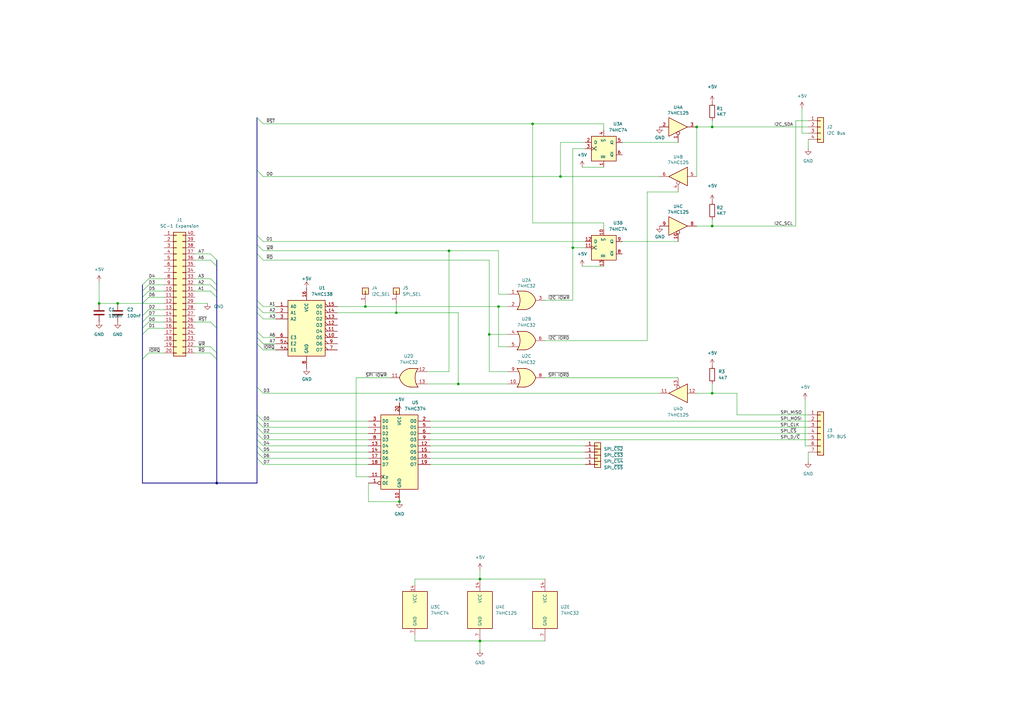
<source format=kicad_sch>
(kicad_sch (version 20211123) (generator eeschema)

  (uuid e63e39d7-6ac0-4ffd-8aa3-1841a4541b55)

  (paper "A3")

  (title_block
    (title "I2C and SPI Interfaces for Z-80")
    (date "2021-12-26")
    (rev "3")
    (company "Craig Hart")
  )

  (lib_symbols
    (symbol "74xx:74HC374" (in_bom yes) (on_board yes)
      (property "Reference" "U" (id 0) (at -7.62 16.51 0)
        (effects (font (size 1.27 1.27)))
      )
      (property "Value" "74HC374" (id 1) (at -7.62 -16.51 0)
        (effects (font (size 1.27 1.27)))
      )
      (property "Footprint" "" (id 2) (at 0 0 0)
        (effects (font (size 1.27 1.27)) hide)
      )
      (property "Datasheet" "https://www.ti.com/lit/ds/symlink/cd74hct374.pdf" (id 3) (at 0 0 0)
        (effects (font (size 1.27 1.27)) hide)
      )
      (property "ki_keywords" "HCMOS DFF DFF8 REG 3State" (id 4) (at 0 0 0)
        (effects (font (size 1.27 1.27)) hide)
      )
      (property "ki_description" "8-bit Register, 3-state outputs" (id 5) (at 0 0 0)
        (effects (font (size 1.27 1.27)) hide)
      )
      (property "ki_fp_filters" "DIP?20* SOIC?20* SO?20*" (id 6) (at 0 0 0)
        (effects (font (size 1.27 1.27)) hide)
      )
      (symbol "74HC374_1_0"
        (pin input inverted (at -12.7 -12.7 0) (length 5.08)
          (name "OE" (effects (font (size 1.27 1.27))))
          (number "1" (effects (font (size 1.27 1.27))))
        )
        (pin power_in line (at 0 -20.32 90) (length 5.08)
          (name "GND" (effects (font (size 1.27 1.27))))
          (number "10" (effects (font (size 1.27 1.27))))
        )
        (pin input clock (at -12.7 -10.16 0) (length 5.08)
          (name "Cp" (effects (font (size 1.27 1.27))))
          (number "11" (effects (font (size 1.27 1.27))))
        )
        (pin tri_state line (at 12.7 2.54 180) (length 5.08)
          (name "O4" (effects (font (size 1.27 1.27))))
          (number "12" (effects (font (size 1.27 1.27))))
        )
        (pin input line (at -12.7 2.54 0) (length 5.08)
          (name "D4" (effects (font (size 1.27 1.27))))
          (number "13" (effects (font (size 1.27 1.27))))
        )
        (pin input line (at -12.7 0 0) (length 5.08)
          (name "D5" (effects (font (size 1.27 1.27))))
          (number "14" (effects (font (size 1.27 1.27))))
        )
        (pin tri_state line (at 12.7 0 180) (length 5.08)
          (name "O5" (effects (font (size 1.27 1.27))))
          (number "15" (effects (font (size 1.27 1.27))))
        )
        (pin tri_state line (at 12.7 -2.54 180) (length 5.08)
          (name "O6" (effects (font (size 1.27 1.27))))
          (number "16" (effects (font (size 1.27 1.27))))
        )
        (pin input line (at -12.7 -2.54 0) (length 5.08)
          (name "D6" (effects (font (size 1.27 1.27))))
          (number "17" (effects (font (size 1.27 1.27))))
        )
        (pin input line (at -12.7 -5.08 0) (length 5.08)
          (name "D7" (effects (font (size 1.27 1.27))))
          (number "18" (effects (font (size 1.27 1.27))))
        )
        (pin tri_state line (at 12.7 -5.08 180) (length 5.08)
          (name "O7" (effects (font (size 1.27 1.27))))
          (number "19" (effects (font (size 1.27 1.27))))
        )
        (pin tri_state line (at 12.7 12.7 180) (length 5.08)
          (name "O0" (effects (font (size 1.27 1.27))))
          (number "2" (effects (font (size 1.27 1.27))))
        )
        (pin power_in line (at 0 20.32 270) (length 5.08)
          (name "VCC" (effects (font (size 1.27 1.27))))
          (number "20" (effects (font (size 1.27 1.27))))
        )
        (pin input line (at -12.7 12.7 0) (length 5.08)
          (name "D0" (effects (font (size 1.27 1.27))))
          (number "3" (effects (font (size 1.27 1.27))))
        )
        (pin input line (at -12.7 10.16 0) (length 5.08)
          (name "D1" (effects (font (size 1.27 1.27))))
          (number "4" (effects (font (size 1.27 1.27))))
        )
        (pin tri_state line (at 12.7 10.16 180) (length 5.08)
          (name "O1" (effects (font (size 1.27 1.27))))
          (number "5" (effects (font (size 1.27 1.27))))
        )
        (pin tri_state line (at 12.7 7.62 180) (length 5.08)
          (name "O2" (effects (font (size 1.27 1.27))))
          (number "6" (effects (font (size 1.27 1.27))))
        )
        (pin input line (at -12.7 7.62 0) (length 5.08)
          (name "D2" (effects (font (size 1.27 1.27))))
          (number "7" (effects (font (size 1.27 1.27))))
        )
        (pin input line (at -12.7 5.08 0) (length 5.08)
          (name "D3" (effects (font (size 1.27 1.27))))
          (number "8" (effects (font (size 1.27 1.27))))
        )
        (pin tri_state line (at 12.7 5.08 180) (length 5.08)
          (name "O3" (effects (font (size 1.27 1.27))))
          (number "9" (effects (font (size 1.27 1.27))))
        )
      )
      (symbol "74HC374_1_1"
        (rectangle (start -7.62 15.24) (end 7.62 -15.24)
          (stroke (width 0.254) (type default) (color 0 0 0 0))
          (fill (type background))
        )
      )
    )
    (symbol "74xx:74HC74" (pin_names (offset 1.016)) (in_bom yes) (on_board yes)
      (property "Reference" "U" (id 0) (at -7.62 8.89 0)
        (effects (font (size 1.27 1.27)))
      )
      (property "Value" "74HC74" (id 1) (at -7.62 -8.89 0)
        (effects (font (size 1.27 1.27)))
      )
      (property "Footprint" "" (id 2) (at 0 0 0)
        (effects (font (size 1.27 1.27)) hide)
      )
      (property "Datasheet" "74xx/74hc_hct74.pdf" (id 3) (at 0 0 0)
        (effects (font (size 1.27 1.27)) hide)
      )
      (property "ki_locked" "" (id 4) (at 0 0 0)
        (effects (font (size 1.27 1.27)))
      )
      (property "ki_keywords" "TTL DFF" (id 5) (at 0 0 0)
        (effects (font (size 1.27 1.27)) hide)
      )
      (property "ki_description" "Dual D Flip-flop, Set & Reset" (id 6) (at 0 0 0)
        (effects (font (size 1.27 1.27)) hide)
      )
      (property "ki_fp_filters" "DIP*W7.62mm*" (id 7) (at 0 0 0)
        (effects (font (size 1.27 1.27)) hide)
      )
      (symbol "74HC74_1_0"
        (pin input line (at 0 -7.62 90) (length 2.54)
          (name "~{R}" (effects (font (size 1.27 1.27))))
          (number "1" (effects (font (size 1.27 1.27))))
        )
        (pin input line (at -7.62 2.54 0) (length 2.54)
          (name "D" (effects (font (size 1.27 1.27))))
          (number "2" (effects (font (size 1.27 1.27))))
        )
        (pin input clock (at -7.62 0 0) (length 2.54)
          (name "C" (effects (font (size 1.27 1.27))))
          (number "3" (effects (font (size 1.27 1.27))))
        )
        (pin input line (at 0 7.62 270) (length 2.54)
          (name "~{S}" (effects (font (size 1.27 1.27))))
          (number "4" (effects (font (size 1.27 1.27))))
        )
        (pin output line (at 7.62 2.54 180) (length 2.54)
          (name "Q" (effects (font (size 1.27 1.27))))
          (number "5" (effects (font (size 1.27 1.27))))
        )
        (pin output line (at 7.62 -2.54 180) (length 2.54)
          (name "~{Q}" (effects (font (size 1.27 1.27))))
          (number "6" (effects (font (size 1.27 1.27))))
        )
      )
      (symbol "74HC74_1_1"
        (rectangle (start -5.08 5.08) (end 5.08 -5.08)
          (stroke (width 0.254) (type default) (color 0 0 0 0))
          (fill (type background))
        )
      )
      (symbol "74HC74_2_0"
        (pin input line (at 0 7.62 270) (length 2.54)
          (name "~{S}" (effects (font (size 1.27 1.27))))
          (number "10" (effects (font (size 1.27 1.27))))
        )
        (pin input clock (at -7.62 0 0) (length 2.54)
          (name "C" (effects (font (size 1.27 1.27))))
          (number "11" (effects (font (size 1.27 1.27))))
        )
        (pin input line (at -7.62 2.54 0) (length 2.54)
          (name "D" (effects (font (size 1.27 1.27))))
          (number "12" (effects (font (size 1.27 1.27))))
        )
        (pin input line (at 0 -7.62 90) (length 2.54)
          (name "~{R}" (effects (font (size 1.27 1.27))))
          (number "13" (effects (font (size 1.27 1.27))))
        )
        (pin output line (at 7.62 -2.54 180) (length 2.54)
          (name "~{Q}" (effects (font (size 1.27 1.27))))
          (number "8" (effects (font (size 1.27 1.27))))
        )
        (pin output line (at 7.62 2.54 180) (length 2.54)
          (name "Q" (effects (font (size 1.27 1.27))))
          (number "9" (effects (font (size 1.27 1.27))))
        )
      )
      (symbol "74HC74_2_1"
        (rectangle (start -5.08 5.08) (end 5.08 -5.08)
          (stroke (width 0.254) (type default) (color 0 0 0 0))
          (fill (type background))
        )
      )
      (symbol "74HC74_3_0"
        (pin power_in line (at 0 10.16 270) (length 2.54)
          (name "VCC" (effects (font (size 1.27 1.27))))
          (number "14" (effects (font (size 1.27 1.27))))
        )
        (pin power_in line (at 0 -10.16 90) (length 2.54)
          (name "GND" (effects (font (size 1.27 1.27))))
          (number "7" (effects (font (size 1.27 1.27))))
        )
      )
      (symbol "74HC74_3_1"
        (rectangle (start -5.08 7.62) (end 5.08 -7.62)
          (stroke (width 0.254) (type default) (color 0 0 0 0))
          (fill (type background))
        )
      )
    )
    (symbol "74xx:74LS125" (pin_names (offset 1.016)) (in_bom yes) (on_board yes)
      (property "Reference" "U" (id 0) (at 0 1.27 0)
        (effects (font (size 1.27 1.27)))
      )
      (property "Value" "74LS125" (id 1) (at 0 -1.27 0)
        (effects (font (size 1.27 1.27)))
      )
      (property "Footprint" "" (id 2) (at 0 0 0)
        (effects (font (size 1.27 1.27)) hide)
      )
      (property "Datasheet" "http://www.ti.com/lit/gpn/sn74LS125" (id 3) (at 0 0 0)
        (effects (font (size 1.27 1.27)) hide)
      )
      (property "ki_locked" "" (id 4) (at 0 0 0)
        (effects (font (size 1.27 1.27)))
      )
      (property "ki_keywords" "TTL buffer 3State" (id 5) (at 0 0 0)
        (effects (font (size 1.27 1.27)) hide)
      )
      (property "ki_description" "Quad buffer 3-State outputs" (id 6) (at 0 0 0)
        (effects (font (size 1.27 1.27)) hide)
      )
      (property "ki_fp_filters" "DIP*W7.62mm*" (id 7) (at 0 0 0)
        (effects (font (size 1.27 1.27)) hide)
      )
      (symbol "74LS125_1_0"
        (polyline
          (pts
            (xy -3.81 3.81)
            (xy -3.81 -3.81)
            (xy 3.81 0)
            (xy -3.81 3.81)
          )
          (stroke (width 0.254) (type default) (color 0 0 0 0))
          (fill (type background))
        )
        (pin input inverted (at 0 -6.35 90) (length 4.445)
          (name "~" (effects (font (size 1.27 1.27))))
          (number "1" (effects (font (size 1.27 1.27))))
        )
        (pin input line (at -7.62 0 0) (length 3.81)
          (name "~" (effects (font (size 1.27 1.27))))
          (number "2" (effects (font (size 1.27 1.27))))
        )
        (pin tri_state line (at 7.62 0 180) (length 3.81)
          (name "~" (effects (font (size 1.27 1.27))))
          (number "3" (effects (font (size 1.27 1.27))))
        )
      )
      (symbol "74LS125_2_0"
        (polyline
          (pts
            (xy -3.81 3.81)
            (xy -3.81 -3.81)
            (xy 3.81 0)
            (xy -3.81 3.81)
          )
          (stroke (width 0.254) (type default) (color 0 0 0 0))
          (fill (type background))
        )
        (pin input inverted (at 0 -6.35 90) (length 4.445)
          (name "~" (effects (font (size 1.27 1.27))))
          (number "4" (effects (font (size 1.27 1.27))))
        )
        (pin input line (at -7.62 0 0) (length 3.81)
          (name "~" (effects (font (size 1.27 1.27))))
          (number "5" (effects (font (size 1.27 1.27))))
        )
        (pin tri_state line (at 7.62 0 180) (length 3.81)
          (name "~" (effects (font (size 1.27 1.27))))
          (number "6" (effects (font (size 1.27 1.27))))
        )
      )
      (symbol "74LS125_3_0"
        (polyline
          (pts
            (xy -3.81 3.81)
            (xy -3.81 -3.81)
            (xy 3.81 0)
            (xy -3.81 3.81)
          )
          (stroke (width 0.254) (type default) (color 0 0 0 0))
          (fill (type background))
        )
        (pin input inverted (at 0 -6.35 90) (length 4.445)
          (name "~" (effects (font (size 1.27 1.27))))
          (number "10" (effects (font (size 1.27 1.27))))
        )
        (pin tri_state line (at 7.62 0 180) (length 3.81)
          (name "~" (effects (font (size 1.27 1.27))))
          (number "8" (effects (font (size 1.27 1.27))))
        )
        (pin input line (at -7.62 0 0) (length 3.81)
          (name "~" (effects (font (size 1.27 1.27))))
          (number "9" (effects (font (size 1.27 1.27))))
        )
      )
      (symbol "74LS125_4_0"
        (polyline
          (pts
            (xy -3.81 3.81)
            (xy -3.81 -3.81)
            (xy 3.81 0)
            (xy -3.81 3.81)
          )
          (stroke (width 0.254) (type default) (color 0 0 0 0))
          (fill (type background))
        )
        (pin tri_state line (at 7.62 0 180) (length 3.81)
          (name "~" (effects (font (size 1.27 1.27))))
          (number "11" (effects (font (size 1.27 1.27))))
        )
        (pin input line (at -7.62 0 0) (length 3.81)
          (name "~" (effects (font (size 1.27 1.27))))
          (number "12" (effects (font (size 1.27 1.27))))
        )
        (pin input inverted (at 0 -6.35 90) (length 4.445)
          (name "~" (effects (font (size 1.27 1.27))))
          (number "13" (effects (font (size 1.27 1.27))))
        )
      )
      (symbol "74LS125_5_0"
        (pin power_in line (at 0 12.7 270) (length 5.08)
          (name "VCC" (effects (font (size 1.27 1.27))))
          (number "14" (effects (font (size 1.27 1.27))))
        )
        (pin power_in line (at 0 -12.7 90) (length 5.08)
          (name "GND" (effects (font (size 1.27 1.27))))
          (number "7" (effects (font (size 1.27 1.27))))
        )
      )
      (symbol "74LS125_5_1"
        (rectangle (start -5.08 7.62) (end 5.08 -7.62)
          (stroke (width 0.254) (type default) (color 0 0 0 0))
          (fill (type background))
        )
      )
    )
    (symbol "74xx:74LS138" (pin_names (offset 1.016)) (in_bom yes) (on_board yes)
      (property "Reference" "U" (id 0) (at -7.62 11.43 0)
        (effects (font (size 1.27 1.27)))
      )
      (property "Value" "74LS138" (id 1) (at -7.62 -13.97 0)
        (effects (font (size 1.27 1.27)))
      )
      (property "Footprint" "" (id 2) (at 0 0 0)
        (effects (font (size 1.27 1.27)) hide)
      )
      (property "Datasheet" "http://www.ti.com/lit/gpn/sn74LS138" (id 3) (at 0 0 0)
        (effects (font (size 1.27 1.27)) hide)
      )
      (property "ki_locked" "" (id 4) (at 0 0 0)
        (effects (font (size 1.27 1.27)))
      )
      (property "ki_keywords" "TTL DECOD DECOD8" (id 5) (at 0 0 0)
        (effects (font (size 1.27 1.27)) hide)
      )
      (property "ki_description" "Decoder 3 to 8 active low outputs" (id 6) (at 0 0 0)
        (effects (font (size 1.27 1.27)) hide)
      )
      (property "ki_fp_filters" "DIP?16*" (id 7) (at 0 0 0)
        (effects (font (size 1.27 1.27)) hide)
      )
      (symbol "74LS138_1_0"
        (pin input line (at -12.7 7.62 0) (length 5.08)
          (name "A0" (effects (font (size 1.27 1.27))))
          (number "1" (effects (font (size 1.27 1.27))))
        )
        (pin output output_low (at 12.7 -5.08 180) (length 5.08)
          (name "O5" (effects (font (size 1.27 1.27))))
          (number "10" (effects (font (size 1.27 1.27))))
        )
        (pin output output_low (at 12.7 -2.54 180) (length 5.08)
          (name "O4" (effects (font (size 1.27 1.27))))
          (number "11" (effects (font (size 1.27 1.27))))
        )
        (pin output output_low (at 12.7 0 180) (length 5.08)
          (name "O3" (effects (font (size 1.27 1.27))))
          (number "12" (effects (font (size 1.27 1.27))))
        )
        (pin output output_low (at 12.7 2.54 180) (length 5.08)
          (name "O2" (effects (font (size 1.27 1.27))))
          (number "13" (effects (font (size 1.27 1.27))))
        )
        (pin output output_low (at 12.7 5.08 180) (length 5.08)
          (name "O1" (effects (font (size 1.27 1.27))))
          (number "14" (effects (font (size 1.27 1.27))))
        )
        (pin output output_low (at 12.7 7.62 180) (length 5.08)
          (name "O0" (effects (font (size 1.27 1.27))))
          (number "15" (effects (font (size 1.27 1.27))))
        )
        (pin power_in line (at 0 15.24 270) (length 5.08)
          (name "VCC" (effects (font (size 1.27 1.27))))
          (number "16" (effects (font (size 1.27 1.27))))
        )
        (pin input line (at -12.7 5.08 0) (length 5.08)
          (name "A1" (effects (font (size 1.27 1.27))))
          (number "2" (effects (font (size 1.27 1.27))))
        )
        (pin input line (at -12.7 2.54 0) (length 5.08)
          (name "A2" (effects (font (size 1.27 1.27))))
          (number "3" (effects (font (size 1.27 1.27))))
        )
        (pin input input_low (at -12.7 -10.16 0) (length 5.08)
          (name "E1" (effects (font (size 1.27 1.27))))
          (number "4" (effects (font (size 1.27 1.27))))
        )
        (pin input input_low (at -12.7 -7.62 0) (length 5.08)
          (name "E2" (effects (font (size 1.27 1.27))))
          (number "5" (effects (font (size 1.27 1.27))))
        )
        (pin input line (at -12.7 -5.08 0) (length 5.08)
          (name "E3" (effects (font (size 1.27 1.27))))
          (number "6" (effects (font (size 1.27 1.27))))
        )
        (pin output output_low (at 12.7 -10.16 180) (length 5.08)
          (name "O7" (effects (font (size 1.27 1.27))))
          (number "7" (effects (font (size 1.27 1.27))))
        )
        (pin power_in line (at 0 -17.78 90) (length 5.08)
          (name "GND" (effects (font (size 1.27 1.27))))
          (number "8" (effects (font (size 1.27 1.27))))
        )
        (pin output output_low (at 12.7 -7.62 180) (length 5.08)
          (name "O6" (effects (font (size 1.27 1.27))))
          (number "9" (effects (font (size 1.27 1.27))))
        )
      )
      (symbol "74LS138_1_1"
        (rectangle (start -7.62 10.16) (end 7.62 -12.7)
          (stroke (width 0.254) (type default) (color 0 0 0 0))
          (fill (type background))
        )
      )
    )
    (symbol "74xx:74LS32" (pin_names (offset 1.016)) (in_bom yes) (on_board yes)
      (property "Reference" "U" (id 0) (at 0 1.27 0)
        (effects (font (size 1.27 1.27)))
      )
      (property "Value" "74LS32" (id 1) (at 0 -1.27 0)
        (effects (font (size 1.27 1.27)))
      )
      (property "Footprint" "" (id 2) (at 0 0 0)
        (effects (font (size 1.27 1.27)) hide)
      )
      (property "Datasheet" "http://www.ti.com/lit/gpn/sn74LS32" (id 3) (at 0 0 0)
        (effects (font (size 1.27 1.27)) hide)
      )
      (property "ki_locked" "" (id 4) (at 0 0 0)
        (effects (font (size 1.27 1.27)))
      )
      (property "ki_keywords" "TTL Or2" (id 5) (at 0 0 0)
        (effects (font (size 1.27 1.27)) hide)
      )
      (property "ki_description" "Quad 2-input OR" (id 6) (at 0 0 0)
        (effects (font (size 1.27 1.27)) hide)
      )
      (property "ki_fp_filters" "DIP?14*" (id 7) (at 0 0 0)
        (effects (font (size 1.27 1.27)) hide)
      )
      (symbol "74LS32_1_1"
        (arc (start -3.81 -3.81) (mid -2.589 0) (end -3.81 3.81)
          (stroke (width 0.254) (type default) (color 0 0 0 0))
          (fill (type none))
        )
        (arc (start -0.6096 -3.81) (mid 2.1855 -2.584) (end 3.81 0)
          (stroke (width 0.254) (type default) (color 0 0 0 0))
          (fill (type background))
        )
        (polyline
          (pts
            (xy -3.81 -3.81)
            (xy -0.635 -3.81)
          )
          (stroke (width 0.254) (type default) (color 0 0 0 0))
          (fill (type background))
        )
        (polyline
          (pts
            (xy -3.81 3.81)
            (xy -0.635 3.81)
          )
          (stroke (width 0.254) (type default) (color 0 0 0 0))
          (fill (type background))
        )
        (polyline
          (pts
            (xy -0.635 3.81)
            (xy -3.81 3.81)
            (xy -3.81 3.81)
            (xy -3.556 3.4036)
            (xy -3.0226 2.2606)
            (xy -2.6924 1.0414)
            (xy -2.6162 -0.254)
            (xy -2.7686 -1.4986)
            (xy -3.175 -2.7178)
            (xy -3.81 -3.81)
            (xy -3.81 -3.81)
            (xy -0.635 -3.81)
          )
          (stroke (width -25.4) (type default) (color 0 0 0 0))
          (fill (type background))
        )
        (arc (start 3.81 0) (mid 2.1928 2.5925) (end -0.6096 3.81)
          (stroke (width 0.254) (type default) (color 0 0 0 0))
          (fill (type background))
        )
        (pin input line (at -7.62 2.54 0) (length 4.318)
          (name "~" (effects (font (size 1.27 1.27))))
          (number "1" (effects (font (size 1.27 1.27))))
        )
        (pin input line (at -7.62 -2.54 0) (length 4.318)
          (name "~" (effects (font (size 1.27 1.27))))
          (number "2" (effects (font (size 1.27 1.27))))
        )
        (pin output line (at 7.62 0 180) (length 3.81)
          (name "~" (effects (font (size 1.27 1.27))))
          (number "3" (effects (font (size 1.27 1.27))))
        )
      )
      (symbol "74LS32_1_2"
        (arc (start 0 -3.81) (mid 3.81 0) (end 0 3.81)
          (stroke (width 0.254) (type default) (color 0 0 0 0))
          (fill (type background))
        )
        (polyline
          (pts
            (xy 0 3.81)
            (xy -3.81 3.81)
            (xy -3.81 -3.81)
            (xy 0 -3.81)
          )
          (stroke (width 0.254) (type default) (color 0 0 0 0))
          (fill (type background))
        )
        (pin input inverted (at -7.62 2.54 0) (length 3.81)
          (name "~" (effects (font (size 1.27 1.27))))
          (number "1" (effects (font (size 1.27 1.27))))
        )
        (pin input inverted (at -7.62 -2.54 0) (length 3.81)
          (name "~" (effects (font (size 1.27 1.27))))
          (number "2" (effects (font (size 1.27 1.27))))
        )
        (pin output inverted (at 7.62 0 180) (length 3.81)
          (name "~" (effects (font (size 1.27 1.27))))
          (number "3" (effects (font (size 1.27 1.27))))
        )
      )
      (symbol "74LS32_2_1"
        (arc (start -3.81 -3.81) (mid -2.589 0) (end -3.81 3.81)
          (stroke (width 0.254) (type default) (color 0 0 0 0))
          (fill (type none))
        )
        (arc (start -0.6096 -3.81) (mid 2.1855 -2.584) (end 3.81 0)
          (stroke (width 0.254) (type default) (color 0 0 0 0))
          (fill (type background))
        )
        (polyline
          (pts
            (xy -3.81 -3.81)
            (xy -0.635 -3.81)
          )
          (stroke (width 0.254) (type default) (color 0 0 0 0))
          (fill (type background))
        )
        (polyline
          (pts
            (xy -3.81 3.81)
            (xy -0.635 3.81)
          )
          (stroke (width 0.254) (type default) (color 0 0 0 0))
          (fill (type background))
        )
        (polyline
          (pts
            (xy -0.635 3.81)
            (xy -3.81 3.81)
            (xy -3.81 3.81)
            (xy -3.556 3.4036)
            (xy -3.0226 2.2606)
            (xy -2.6924 1.0414)
            (xy -2.6162 -0.254)
            (xy -2.7686 -1.4986)
            (xy -3.175 -2.7178)
            (xy -3.81 -3.81)
            (xy -3.81 -3.81)
            (xy -0.635 -3.81)
          )
          (stroke (width -25.4) (type default) (color 0 0 0 0))
          (fill (type background))
        )
        (arc (start 3.81 0) (mid 2.1928 2.5925) (end -0.6096 3.81)
          (stroke (width 0.254) (type default) (color 0 0 0 0))
          (fill (type background))
        )
        (pin input line (at -7.62 2.54 0) (length 4.318)
          (name "~" (effects (font (size 1.27 1.27))))
          (number "4" (effects (font (size 1.27 1.27))))
        )
        (pin input line (at -7.62 -2.54 0) (length 4.318)
          (name "~" (effects (font (size 1.27 1.27))))
          (number "5" (effects (font (size 1.27 1.27))))
        )
        (pin output line (at 7.62 0 180) (length 3.81)
          (name "~" (effects (font (size 1.27 1.27))))
          (number "6" (effects (font (size 1.27 1.27))))
        )
      )
      (symbol "74LS32_2_2"
        (arc (start 0 -3.81) (mid 3.81 0) (end 0 3.81)
          (stroke (width 0.254) (type default) (color 0 0 0 0))
          (fill (type background))
        )
        (polyline
          (pts
            (xy 0 3.81)
            (xy -3.81 3.81)
            (xy -3.81 -3.81)
            (xy 0 -3.81)
          )
          (stroke (width 0.254) (type default) (color 0 0 0 0))
          (fill (type background))
        )
        (pin input inverted (at -7.62 2.54 0) (length 3.81)
          (name "~" (effects (font (size 1.27 1.27))))
          (number "4" (effects (font (size 1.27 1.27))))
        )
        (pin input inverted (at -7.62 -2.54 0) (length 3.81)
          (name "~" (effects (font (size 1.27 1.27))))
          (number "5" (effects (font (size 1.27 1.27))))
        )
        (pin output inverted (at 7.62 0 180) (length 3.81)
          (name "~" (effects (font (size 1.27 1.27))))
          (number "6" (effects (font (size 1.27 1.27))))
        )
      )
      (symbol "74LS32_3_1"
        (arc (start -3.81 -3.81) (mid -2.589 0) (end -3.81 3.81)
          (stroke (width 0.254) (type default) (color 0 0 0 0))
          (fill (type none))
        )
        (arc (start -0.6096 -3.81) (mid 2.1855 -2.584) (end 3.81 0)
          (stroke (width 0.254) (type default) (color 0 0 0 0))
          (fill (type background))
        )
        (polyline
          (pts
            (xy -3.81 -3.81)
            (xy -0.635 -3.81)
          )
          (stroke (width 0.254) (type default) (color 0 0 0 0))
          (fill (type background))
        )
        (polyline
          (pts
            (xy -3.81 3.81)
            (xy -0.635 3.81)
          )
          (stroke (width 0.254) (type default) (color 0 0 0 0))
          (fill (type background))
        )
        (polyline
          (pts
            (xy -0.635 3.81)
            (xy -3.81 3.81)
            (xy -3.81 3.81)
            (xy -3.556 3.4036)
            (xy -3.0226 2.2606)
            (xy -2.6924 1.0414)
            (xy -2.6162 -0.254)
            (xy -2.7686 -1.4986)
            (xy -3.175 -2.7178)
            (xy -3.81 -3.81)
            (xy -3.81 -3.81)
            (xy -0.635 -3.81)
          )
          (stroke (width -25.4) (type default) (color 0 0 0 0))
          (fill (type background))
        )
        (arc (start 3.81 0) (mid 2.1928 2.5925) (end -0.6096 3.81)
          (stroke (width 0.254) (type default) (color 0 0 0 0))
          (fill (type background))
        )
        (pin input line (at -7.62 -2.54 0) (length 4.318)
          (name "~" (effects (font (size 1.27 1.27))))
          (number "10" (effects (font (size 1.27 1.27))))
        )
        (pin output line (at 7.62 0 180) (length 3.81)
          (name "~" (effects (font (size 1.27 1.27))))
          (number "8" (effects (font (size 1.27 1.27))))
        )
        (pin input line (at -7.62 2.54 0) (length 4.318)
          (name "~" (effects (font (size 1.27 1.27))))
          (number "9" (effects (font (size 1.27 1.27))))
        )
      )
      (symbol "74LS32_3_2"
        (arc (start 0 -3.81) (mid 3.81 0) (end 0 3.81)
          (stroke (width 0.254) (type default) (color 0 0 0 0))
          (fill (type background))
        )
        (polyline
          (pts
            (xy 0 3.81)
            (xy -3.81 3.81)
            (xy -3.81 -3.81)
            (xy 0 -3.81)
          )
          (stroke (width 0.254) (type default) (color 0 0 0 0))
          (fill (type background))
        )
        (pin input inverted (at -7.62 -2.54 0) (length 3.81)
          (name "~" (effects (font (size 1.27 1.27))))
          (number "10" (effects (font (size 1.27 1.27))))
        )
        (pin output inverted (at 7.62 0 180) (length 3.81)
          (name "~" (effects (font (size 1.27 1.27))))
          (number "8" (effects (font (size 1.27 1.27))))
        )
        (pin input inverted (at -7.62 2.54 0) (length 3.81)
          (name "~" (effects (font (size 1.27 1.27))))
          (number "9" (effects (font (size 1.27 1.27))))
        )
      )
      (symbol "74LS32_4_1"
        (arc (start -3.81 -3.81) (mid -2.589 0) (end -3.81 3.81)
          (stroke (width 0.254) (type default) (color 0 0 0 0))
          (fill (type none))
        )
        (arc (start -0.6096 -3.81) (mid 2.1855 -2.584) (end 3.81 0)
          (stroke (width 0.254) (type default) (color 0 0 0 0))
          (fill (type background))
        )
        (polyline
          (pts
            (xy -3.81 -3.81)
            (xy -0.635 -3.81)
          )
          (stroke (width 0.254) (type default) (color 0 0 0 0))
          (fill (type background))
        )
        (polyline
          (pts
            (xy -3.81 3.81)
            (xy -0.635 3.81)
          )
          (stroke (width 0.254) (type default) (color 0 0 0 0))
          (fill (type background))
        )
        (polyline
          (pts
            (xy -0.635 3.81)
            (xy -3.81 3.81)
            (xy -3.81 3.81)
            (xy -3.556 3.4036)
            (xy -3.0226 2.2606)
            (xy -2.6924 1.0414)
            (xy -2.6162 -0.254)
            (xy -2.7686 -1.4986)
            (xy -3.175 -2.7178)
            (xy -3.81 -3.81)
            (xy -3.81 -3.81)
            (xy -0.635 -3.81)
          )
          (stroke (width -25.4) (type default) (color 0 0 0 0))
          (fill (type background))
        )
        (arc (start 3.81 0) (mid 2.1928 2.5925) (end -0.6096 3.81)
          (stroke (width 0.254) (type default) (color 0 0 0 0))
          (fill (type background))
        )
        (pin output line (at 7.62 0 180) (length 3.81)
          (name "~" (effects (font (size 1.27 1.27))))
          (number "11" (effects (font (size 1.27 1.27))))
        )
        (pin input line (at -7.62 2.54 0) (length 4.318)
          (name "~" (effects (font (size 1.27 1.27))))
          (number "12" (effects (font (size 1.27 1.27))))
        )
        (pin input line (at -7.62 -2.54 0) (length 4.318)
          (name "~" (effects (font (size 1.27 1.27))))
          (number "13" (effects (font (size 1.27 1.27))))
        )
      )
      (symbol "74LS32_4_2"
        (arc (start 0 -3.81) (mid 3.81 0) (end 0 3.81)
          (stroke (width 0.254) (type default) (color 0 0 0 0))
          (fill (type background))
        )
        (polyline
          (pts
            (xy 0 3.81)
            (xy -3.81 3.81)
            (xy -3.81 -3.81)
            (xy 0 -3.81)
          )
          (stroke (width 0.254) (type default) (color 0 0 0 0))
          (fill (type background))
        )
        (pin output inverted (at 7.62 0 180) (length 3.81)
          (name "~" (effects (font (size 1.27 1.27))))
          (number "11" (effects (font (size 1.27 1.27))))
        )
        (pin input inverted (at -7.62 2.54 0) (length 3.81)
          (name "~" (effects (font (size 1.27 1.27))))
          (number "12" (effects (font (size 1.27 1.27))))
        )
        (pin input inverted (at -7.62 -2.54 0) (length 3.81)
          (name "~" (effects (font (size 1.27 1.27))))
          (number "13" (effects (font (size 1.27 1.27))))
        )
      )
      (symbol "74LS32_5_0"
        (pin power_in line (at 0 12.7 270) (length 5.08)
          (name "VCC" (effects (font (size 1.27 1.27))))
          (number "14" (effects (font (size 1.27 1.27))))
        )
        (pin power_in line (at 0 -12.7 90) (length 5.08)
          (name "GND" (effects (font (size 1.27 1.27))))
          (number "7" (effects (font (size 1.27 1.27))))
        )
      )
      (symbol "74LS32_5_1"
        (rectangle (start -5.08 7.62) (end 5.08 -7.62)
          (stroke (width 0.254) (type default) (color 0 0 0 0))
          (fill (type background))
        )
      )
    )
    (symbol "Connector_Generic:Conn_01x01" (pin_names (offset 1.016) hide) (in_bom yes) (on_board yes)
      (property "Reference" "J" (id 0) (at 0 2.54 0)
        (effects (font (size 1.27 1.27)))
      )
      (property "Value" "Conn_01x01" (id 1) (at 0 -2.54 0)
        (effects (font (size 1.27 1.27)))
      )
      (property "Footprint" "" (id 2) (at 0 0 0)
        (effects (font (size 1.27 1.27)) hide)
      )
      (property "Datasheet" "~" (id 3) (at 0 0 0)
        (effects (font (size 1.27 1.27)) hide)
      )
      (property "ki_keywords" "connector" (id 4) (at 0 0 0)
        (effects (font (size 1.27 1.27)) hide)
      )
      (property "ki_description" "Generic connector, single row, 01x01, script generated (kicad-library-utils/schlib/autogen/connector/)" (id 5) (at 0 0 0)
        (effects (font (size 1.27 1.27)) hide)
      )
      (property "ki_fp_filters" "Connector*:*_1x??_*" (id 6) (at 0 0 0)
        (effects (font (size 1.27 1.27)) hide)
      )
      (symbol "Conn_01x01_1_1"
        (rectangle (start -1.27 0.127) (end 0 -0.127)
          (stroke (width 0.1524) (type default) (color 0 0 0 0))
          (fill (type none))
        )
        (rectangle (start -1.27 1.27) (end 1.27 -1.27)
          (stroke (width 0.254) (type default) (color 0 0 0 0))
          (fill (type background))
        )
        (pin passive line (at -5.08 0 0) (length 3.81)
          (name "Pin_1" (effects (font (size 1.27 1.27))))
          (number "1" (effects (font (size 1.27 1.27))))
        )
      )
    )
    (symbol "Connector_Generic:Conn_01x04" (pin_names (offset 1.016) hide) (in_bom yes) (on_board yes)
      (property "Reference" "J" (id 0) (at 0 5.08 0)
        (effects (font (size 1.27 1.27)))
      )
      (property "Value" "Conn_01x04" (id 1) (at 0 -7.62 0)
        (effects (font (size 1.27 1.27)))
      )
      (property "Footprint" "" (id 2) (at 0 0 0)
        (effects (font (size 1.27 1.27)) hide)
      )
      (property "Datasheet" "~" (id 3) (at 0 0 0)
        (effects (font (size 1.27 1.27)) hide)
      )
      (property "ki_keywords" "connector" (id 4) (at 0 0 0)
        (effects (font (size 1.27 1.27)) hide)
      )
      (property "ki_description" "Generic connector, single row, 01x04, script generated (kicad-library-utils/schlib/autogen/connector/)" (id 5) (at 0 0 0)
        (effects (font (size 1.27 1.27)) hide)
      )
      (property "ki_fp_filters" "Connector*:*_1x??_*" (id 6) (at 0 0 0)
        (effects (font (size 1.27 1.27)) hide)
      )
      (symbol "Conn_01x04_1_1"
        (rectangle (start -1.27 -4.953) (end 0 -5.207)
          (stroke (width 0.1524) (type default) (color 0 0 0 0))
          (fill (type none))
        )
        (rectangle (start -1.27 -2.413) (end 0 -2.667)
          (stroke (width 0.1524) (type default) (color 0 0 0 0))
          (fill (type none))
        )
        (rectangle (start -1.27 0.127) (end 0 -0.127)
          (stroke (width 0.1524) (type default) (color 0 0 0 0))
          (fill (type none))
        )
        (rectangle (start -1.27 2.667) (end 0 2.413)
          (stroke (width 0.1524) (type default) (color 0 0 0 0))
          (fill (type none))
        )
        (rectangle (start -1.27 3.81) (end 1.27 -6.35)
          (stroke (width 0.254) (type default) (color 0 0 0 0))
          (fill (type background))
        )
        (pin passive line (at -5.08 2.54 0) (length 3.81)
          (name "Pin_1" (effects (font (size 1.27 1.27))))
          (number "1" (effects (font (size 1.27 1.27))))
        )
        (pin passive line (at -5.08 0 0) (length 3.81)
          (name "Pin_2" (effects (font (size 1.27 1.27))))
          (number "2" (effects (font (size 1.27 1.27))))
        )
        (pin passive line (at -5.08 -2.54 0) (length 3.81)
          (name "Pin_3" (effects (font (size 1.27 1.27))))
          (number "3" (effects (font (size 1.27 1.27))))
        )
        (pin passive line (at -5.08 -5.08 0) (length 3.81)
          (name "Pin_4" (effects (font (size 1.27 1.27))))
          (number "4" (effects (font (size 1.27 1.27))))
        )
      )
    )
    (symbol "Connector_Generic:Conn_01x07" (pin_names (offset 1.016) hide) (in_bom yes) (on_board yes)
      (property "Reference" "J" (id 0) (at 0 10.16 0)
        (effects (font (size 1.27 1.27)))
      )
      (property "Value" "Conn_01x07" (id 1) (at 0 -10.16 0)
        (effects (font (size 1.27 1.27)))
      )
      (property "Footprint" "" (id 2) (at 0 0 0)
        (effects (font (size 1.27 1.27)) hide)
      )
      (property "Datasheet" "~" (id 3) (at 0 0 0)
        (effects (font (size 1.27 1.27)) hide)
      )
      (property "ki_keywords" "connector" (id 4) (at 0 0 0)
        (effects (font (size 1.27 1.27)) hide)
      )
      (property "ki_description" "Generic connector, single row, 01x07, script generated (kicad-library-utils/schlib/autogen/connector/)" (id 5) (at 0 0 0)
        (effects (font (size 1.27 1.27)) hide)
      )
      (property "ki_fp_filters" "Connector*:*_1x??_*" (id 6) (at 0 0 0)
        (effects (font (size 1.27 1.27)) hide)
      )
      (symbol "Conn_01x07_1_1"
        (rectangle (start -1.27 -7.493) (end 0 -7.747)
          (stroke (width 0.1524) (type default) (color 0 0 0 0))
          (fill (type none))
        )
        (rectangle (start -1.27 -4.953) (end 0 -5.207)
          (stroke (width 0.1524) (type default) (color 0 0 0 0))
          (fill (type none))
        )
        (rectangle (start -1.27 -2.413) (end 0 -2.667)
          (stroke (width 0.1524) (type default) (color 0 0 0 0))
          (fill (type none))
        )
        (rectangle (start -1.27 0.127) (end 0 -0.127)
          (stroke (width 0.1524) (type default) (color 0 0 0 0))
          (fill (type none))
        )
        (rectangle (start -1.27 2.667) (end 0 2.413)
          (stroke (width 0.1524) (type default) (color 0 0 0 0))
          (fill (type none))
        )
        (rectangle (start -1.27 5.207) (end 0 4.953)
          (stroke (width 0.1524) (type default) (color 0 0 0 0))
          (fill (type none))
        )
        (rectangle (start -1.27 7.747) (end 0 7.493)
          (stroke (width 0.1524) (type default) (color 0 0 0 0))
          (fill (type none))
        )
        (rectangle (start -1.27 8.89) (end 1.27 -8.89)
          (stroke (width 0.254) (type default) (color 0 0 0 0))
          (fill (type background))
        )
        (pin passive line (at -5.08 7.62 0) (length 3.81)
          (name "Pin_1" (effects (font (size 1.27 1.27))))
          (number "1" (effects (font (size 1.27 1.27))))
        )
        (pin passive line (at -5.08 5.08 0) (length 3.81)
          (name "Pin_2" (effects (font (size 1.27 1.27))))
          (number "2" (effects (font (size 1.27 1.27))))
        )
        (pin passive line (at -5.08 2.54 0) (length 3.81)
          (name "Pin_3" (effects (font (size 1.27 1.27))))
          (number "3" (effects (font (size 1.27 1.27))))
        )
        (pin passive line (at -5.08 0 0) (length 3.81)
          (name "Pin_4" (effects (font (size 1.27 1.27))))
          (number "4" (effects (font (size 1.27 1.27))))
        )
        (pin passive line (at -5.08 -2.54 0) (length 3.81)
          (name "Pin_5" (effects (font (size 1.27 1.27))))
          (number "5" (effects (font (size 1.27 1.27))))
        )
        (pin passive line (at -5.08 -5.08 0) (length 3.81)
          (name "Pin_6" (effects (font (size 1.27 1.27))))
          (number "6" (effects (font (size 1.27 1.27))))
        )
        (pin passive line (at -5.08 -7.62 0) (length 3.81)
          (name "Pin_7" (effects (font (size 1.27 1.27))))
          (number "7" (effects (font (size 1.27 1.27))))
        )
      )
    )
    (symbol "Connector_Generic:Conn_02x20_Counter_Clockwise" (pin_names (offset 1.016) hide) (in_bom yes) (on_board yes)
      (property "Reference" "J" (id 0) (at 1.27 25.4 0)
        (effects (font (size 1.27 1.27)))
      )
      (property "Value" "Conn_02x20_Counter_Clockwise" (id 1) (at 1.27 -27.94 0)
        (effects (font (size 1.27 1.27)))
      )
      (property "Footprint" "" (id 2) (at 0 0 0)
        (effects (font (size 1.27 1.27)) hide)
      )
      (property "Datasheet" "~" (id 3) (at 0 0 0)
        (effects (font (size 1.27 1.27)) hide)
      )
      (property "ki_keywords" "connector" (id 4) (at 0 0 0)
        (effects (font (size 1.27 1.27)) hide)
      )
      (property "ki_description" "Generic connector, double row, 02x20, counter clockwise pin numbering scheme (similar to DIP packge numbering), script generated (kicad-library-utils/schlib/autogen/connector/)" (id 5) (at 0 0 0)
        (effects (font (size 1.27 1.27)) hide)
      )
      (property "ki_fp_filters" "Connector*:*_2x??_*" (id 6) (at 0 0 0)
        (effects (font (size 1.27 1.27)) hide)
      )
      (symbol "Conn_02x20_Counter_Clockwise_1_1"
        (rectangle (start -1.27 -25.273) (end 0 -25.527)
          (stroke (width 0.1524) (type default) (color 0 0 0 0))
          (fill (type none))
        )
        (rectangle (start -1.27 -22.733) (end 0 -22.987)
          (stroke (width 0.1524) (type default) (color 0 0 0 0))
          (fill (type none))
        )
        (rectangle (start -1.27 -20.193) (end 0 -20.447)
          (stroke (width 0.1524) (type default) (color 0 0 0 0))
          (fill (type none))
        )
        (rectangle (start -1.27 -17.653) (end 0 -17.907)
          (stroke (width 0.1524) (type default) (color 0 0 0 0))
          (fill (type none))
        )
        (rectangle (start -1.27 -15.113) (end 0 -15.367)
          (stroke (width 0.1524) (type default) (color 0 0 0 0))
          (fill (type none))
        )
        (rectangle (start -1.27 -12.573) (end 0 -12.827)
          (stroke (width 0.1524) (type default) (color 0 0 0 0))
          (fill (type none))
        )
        (rectangle (start -1.27 -10.033) (end 0 -10.287)
          (stroke (width 0.1524) (type default) (color 0 0 0 0))
          (fill (type none))
        )
        (rectangle (start -1.27 -7.493) (end 0 -7.747)
          (stroke (width 0.1524) (type default) (color 0 0 0 0))
          (fill (type none))
        )
        (rectangle (start -1.27 -4.953) (end 0 -5.207)
          (stroke (width 0.1524) (type default) (color 0 0 0 0))
          (fill (type none))
        )
        (rectangle (start -1.27 -2.413) (end 0 -2.667)
          (stroke (width 0.1524) (type default) (color 0 0 0 0))
          (fill (type none))
        )
        (rectangle (start -1.27 0.127) (end 0 -0.127)
          (stroke (width 0.1524) (type default) (color 0 0 0 0))
          (fill (type none))
        )
        (rectangle (start -1.27 2.667) (end 0 2.413)
          (stroke (width 0.1524) (type default) (color 0 0 0 0))
          (fill (type none))
        )
        (rectangle (start -1.27 5.207) (end 0 4.953)
          (stroke (width 0.1524) (type default) (color 0 0 0 0))
          (fill (type none))
        )
        (rectangle (start -1.27 7.747) (end 0 7.493)
          (stroke (width 0.1524) (type default) (color 0 0 0 0))
          (fill (type none))
        )
        (rectangle (start -1.27 10.287) (end 0 10.033)
          (stroke (width 0.1524) (type default) (color 0 0 0 0))
          (fill (type none))
        )
        (rectangle (start -1.27 12.827) (end 0 12.573)
          (stroke (width 0.1524) (type default) (color 0 0 0 0))
          (fill (type none))
        )
        (rectangle (start -1.27 15.367) (end 0 15.113)
          (stroke (width 0.1524) (type default) (color 0 0 0 0))
          (fill (type none))
        )
        (rectangle (start -1.27 17.907) (end 0 17.653)
          (stroke (width 0.1524) (type default) (color 0 0 0 0))
          (fill (type none))
        )
        (rectangle (start -1.27 20.447) (end 0 20.193)
          (stroke (width 0.1524) (type default) (color 0 0 0 0))
          (fill (type none))
        )
        (rectangle (start -1.27 22.987) (end 0 22.733)
          (stroke (width 0.1524) (type default) (color 0 0 0 0))
          (fill (type none))
        )
        (rectangle (start -1.27 24.13) (end 3.81 -26.67)
          (stroke (width 0.254) (type default) (color 0 0 0 0))
          (fill (type background))
        )
        (rectangle (start 3.81 -25.273) (end 2.54 -25.527)
          (stroke (width 0.1524) (type default) (color 0 0 0 0))
          (fill (type none))
        )
        (rectangle (start 3.81 -22.733) (end 2.54 -22.987)
          (stroke (width 0.1524) (type default) (color 0 0 0 0))
          (fill (type none))
        )
        (rectangle (start 3.81 -20.193) (end 2.54 -20.447)
          (stroke (width 0.1524) (type default) (color 0 0 0 0))
          (fill (type none))
        )
        (rectangle (start 3.81 -17.653) (end 2.54 -17.907)
          (stroke (width 0.1524) (type default) (color 0 0 0 0))
          (fill (type none))
        )
        (rectangle (start 3.81 -15.113) (end 2.54 -15.367)
          (stroke (width 0.1524) (type default) (color 0 0 0 0))
          (fill (type none))
        )
        (rectangle (start 3.81 -12.573) (end 2.54 -12.827)
          (stroke (width 0.1524) (type default) (color 0 0 0 0))
          (fill (type none))
        )
        (rectangle (start 3.81 -10.033) (end 2.54 -10.287)
          (stroke (width 0.1524) (type default) (color 0 0 0 0))
          (fill (type none))
        )
        (rectangle (start 3.81 -7.493) (end 2.54 -7.747)
          (stroke (width 0.1524) (type default) (color 0 0 0 0))
          (fill (type none))
        )
        (rectangle (start 3.81 -4.953) (end 2.54 -5.207)
          (stroke (width 0.1524) (type default) (color 0 0 0 0))
          (fill (type none))
        )
        (rectangle (start 3.81 -2.413) (end 2.54 -2.667)
          (stroke (width 0.1524) (type default) (color 0 0 0 0))
          (fill (type none))
        )
        (rectangle (start 3.81 0.127) (end 2.54 -0.127)
          (stroke (width 0.1524) (type default) (color 0 0 0 0))
          (fill (type none))
        )
        (rectangle (start 3.81 2.667) (end 2.54 2.413)
          (stroke (width 0.1524) (type default) (color 0 0 0 0))
          (fill (type none))
        )
        (rectangle (start 3.81 5.207) (end 2.54 4.953)
          (stroke (width 0.1524) (type default) (color 0 0 0 0))
          (fill (type none))
        )
        (rectangle (start 3.81 7.747) (end 2.54 7.493)
          (stroke (width 0.1524) (type default) (color 0 0 0 0))
          (fill (type none))
        )
        (rectangle (start 3.81 10.287) (end 2.54 10.033)
          (stroke (width 0.1524) (type default) (color 0 0 0 0))
          (fill (type none))
        )
        (rectangle (start 3.81 12.827) (end 2.54 12.573)
          (stroke (width 0.1524) (type default) (color 0 0 0 0))
          (fill (type none))
        )
        (rectangle (start 3.81 15.367) (end 2.54 15.113)
          (stroke (width 0.1524) (type default) (color 0 0 0 0))
          (fill (type none))
        )
        (rectangle (start 3.81 17.907) (end 2.54 17.653)
          (stroke (width 0.1524) (type default) (color 0 0 0 0))
          (fill (type none))
        )
        (rectangle (start 3.81 20.447) (end 2.54 20.193)
          (stroke (width 0.1524) (type default) (color 0 0 0 0))
          (fill (type none))
        )
        (rectangle (start 3.81 22.987) (end 2.54 22.733)
          (stroke (width 0.1524) (type default) (color 0 0 0 0))
          (fill (type none))
        )
        (pin passive line (at -5.08 22.86 0) (length 3.81)
          (name "Pin_1" (effects (font (size 1.27 1.27))))
          (number "1" (effects (font (size 1.27 1.27))))
        )
        (pin passive line (at -5.08 0 0) (length 3.81)
          (name "Pin_10" (effects (font (size 1.27 1.27))))
          (number "10" (effects (font (size 1.27 1.27))))
        )
        (pin passive line (at -5.08 -2.54 0) (length 3.81)
          (name "Pin_11" (effects (font (size 1.27 1.27))))
          (number "11" (effects (font (size 1.27 1.27))))
        )
        (pin passive line (at -5.08 -5.08 0) (length 3.81)
          (name "Pin_12" (effects (font (size 1.27 1.27))))
          (number "12" (effects (font (size 1.27 1.27))))
        )
        (pin passive line (at -5.08 -7.62 0) (length 3.81)
          (name "Pin_13" (effects (font (size 1.27 1.27))))
          (number "13" (effects (font (size 1.27 1.27))))
        )
        (pin passive line (at -5.08 -10.16 0) (length 3.81)
          (name "Pin_14" (effects (font (size 1.27 1.27))))
          (number "14" (effects (font (size 1.27 1.27))))
        )
        (pin passive line (at -5.08 -12.7 0) (length 3.81)
          (name "Pin_15" (effects (font (size 1.27 1.27))))
          (number "15" (effects (font (size 1.27 1.27))))
        )
        (pin passive line (at -5.08 -15.24 0) (length 3.81)
          (name "Pin_16" (effects (font (size 1.27 1.27))))
          (number "16" (effects (font (size 1.27 1.27))))
        )
        (pin passive line (at -5.08 -17.78 0) (length 3.81)
          (name "Pin_17" (effects (font (size 1.27 1.27))))
          (number "17" (effects (font (size 1.27 1.27))))
        )
        (pin passive line (at -5.08 -20.32 0) (length 3.81)
          (name "Pin_18" (effects (font (size 1.27 1.27))))
          (number "18" (effects (font (size 1.27 1.27))))
        )
        (pin passive line (at -5.08 -22.86 0) (length 3.81)
          (name "Pin_19" (effects (font (size 1.27 1.27))))
          (number "19" (effects (font (size 1.27 1.27))))
        )
        (pin passive line (at -5.08 20.32 0) (length 3.81)
          (name "Pin_2" (effects (font (size 1.27 1.27))))
          (number "2" (effects (font (size 1.27 1.27))))
        )
        (pin passive line (at -5.08 -25.4 0) (length 3.81)
          (name "Pin_20" (effects (font (size 1.27 1.27))))
          (number "20" (effects (font (size 1.27 1.27))))
        )
        (pin passive line (at 7.62 -25.4 180) (length 3.81)
          (name "Pin_21" (effects (font (size 1.27 1.27))))
          (number "21" (effects (font (size 1.27 1.27))))
        )
        (pin passive line (at 7.62 -22.86 180) (length 3.81)
          (name "Pin_22" (effects (font (size 1.27 1.27))))
          (number "22" (effects (font (size 1.27 1.27))))
        )
        (pin passive line (at 7.62 -20.32 180) (length 3.81)
          (name "Pin_23" (effects (font (size 1.27 1.27))))
          (number "23" (effects (font (size 1.27 1.27))))
        )
        (pin passive line (at 7.62 -17.78 180) (length 3.81)
          (name "Pin_24" (effects (font (size 1.27 1.27))))
          (number "24" (effects (font (size 1.27 1.27))))
        )
        (pin passive line (at 7.62 -15.24 180) (length 3.81)
          (name "Pin_25" (effects (font (size 1.27 1.27))))
          (number "25" (effects (font (size 1.27 1.27))))
        )
        (pin passive line (at 7.62 -12.7 180) (length 3.81)
          (name "Pin_26" (effects (font (size 1.27 1.27))))
          (number "26" (effects (font (size 1.27 1.27))))
        )
        (pin passive line (at 7.62 -10.16 180) (length 3.81)
          (name "Pin_27" (effects (font (size 1.27 1.27))))
          (number "27" (effects (font (size 1.27 1.27))))
        )
        (pin passive line (at 7.62 -7.62 180) (length 3.81)
          (name "Pin_28" (effects (font (size 1.27 1.27))))
          (number "28" (effects (font (size 1.27 1.27))))
        )
        (pin passive line (at 7.62 -5.08 180) (length 3.81)
          (name "Pin_29" (effects (font (size 1.27 1.27))))
          (number "29" (effects (font (size 1.27 1.27))))
        )
        (pin passive line (at -5.08 17.78 0) (length 3.81)
          (name "Pin_3" (effects (font (size 1.27 1.27))))
          (number "3" (effects (font (size 1.27 1.27))))
        )
        (pin passive line (at 7.62 -2.54 180) (length 3.81)
          (name "Pin_30" (effects (font (size 1.27 1.27))))
          (number "30" (effects (font (size 1.27 1.27))))
        )
        (pin passive line (at 7.62 0 180) (length 3.81)
          (name "Pin_31" (effects (font (size 1.27 1.27))))
          (number "31" (effects (font (size 1.27 1.27))))
        )
        (pin passive line (at 7.62 2.54 180) (length 3.81)
          (name "Pin_32" (effects (font (size 1.27 1.27))))
          (number "32" (effects (font (size 1.27 1.27))))
        )
        (pin passive line (at 7.62 5.08 180) (length 3.81)
          (name "Pin_33" (effects (font (size 1.27 1.27))))
          (number "33" (effects (font (size 1.27 1.27))))
        )
        (pin passive line (at 7.62 7.62 180) (length 3.81)
          (name "Pin_34" (effects (font (size 1.27 1.27))))
          (number "34" (effects (font (size 1.27 1.27))))
        )
        (pin passive line (at 7.62 10.16 180) (length 3.81)
          (name "Pin_35" (effects (font (size 1.27 1.27))))
          (number "35" (effects (font (size 1.27 1.27))))
        )
        (pin passive line (at 7.62 12.7 180) (length 3.81)
          (name "Pin_36" (effects (font (size 1.27 1.27))))
          (number "36" (effects (font (size 1.27 1.27))))
        )
        (pin passive line (at 7.62 15.24 180) (length 3.81)
          (name "Pin_37" (effects (font (size 1.27 1.27))))
          (number "37" (effects (font (size 1.27 1.27))))
        )
        (pin passive line (at 7.62 17.78 180) (length 3.81)
          (name "Pin_38" (effects (font (size 1.27 1.27))))
          (number "38" (effects (font (size 1.27 1.27))))
        )
        (pin passive line (at 7.62 20.32 180) (length 3.81)
          (name "Pin_39" (effects (font (size 1.27 1.27))))
          (number "39" (effects (font (size 1.27 1.27))))
        )
        (pin passive line (at -5.08 15.24 0) (length 3.81)
          (name "Pin_4" (effects (font (size 1.27 1.27))))
          (number "4" (effects (font (size 1.27 1.27))))
        )
        (pin passive line (at 7.62 22.86 180) (length 3.81)
          (name "Pin_40" (effects (font (size 1.27 1.27))))
          (number "40" (effects (font (size 1.27 1.27))))
        )
        (pin passive line (at -5.08 12.7 0) (length 3.81)
          (name "Pin_5" (effects (font (size 1.27 1.27))))
          (number "5" (effects (font (size 1.27 1.27))))
        )
        (pin passive line (at -5.08 10.16 0) (length 3.81)
          (name "Pin_6" (effects (font (size 1.27 1.27))))
          (number "6" (effects (font (size 1.27 1.27))))
        )
        (pin passive line (at -5.08 7.62 0) (length 3.81)
          (name "Pin_7" (effects (font (size 1.27 1.27))))
          (number "7" (effects (font (size 1.27 1.27))))
        )
        (pin passive line (at -5.08 5.08 0) (length 3.81)
          (name "Pin_8" (effects (font (size 1.27 1.27))))
          (number "8" (effects (font (size 1.27 1.27))))
        )
        (pin passive line (at -5.08 2.54 0) (length 3.81)
          (name "Pin_9" (effects (font (size 1.27 1.27))))
          (number "9" (effects (font (size 1.27 1.27))))
        )
      )
    )
    (symbol "Device:C" (pin_numbers hide) (pin_names (offset 0.254)) (in_bom yes) (on_board yes)
      (property "Reference" "C" (id 0) (at 0.635 2.54 0)
        (effects (font (size 1.27 1.27)) (justify left))
      )
      (property "Value" "C" (id 1) (at 0.635 -2.54 0)
        (effects (font (size 1.27 1.27)) (justify left))
      )
      (property "Footprint" "" (id 2) (at 0.9652 -3.81 0)
        (effects (font (size 1.27 1.27)) hide)
      )
      (property "Datasheet" "~" (id 3) (at 0 0 0)
        (effects (font (size 1.27 1.27)) hide)
      )
      (property "ki_keywords" "cap capacitor" (id 4) (at 0 0 0)
        (effects (font (size 1.27 1.27)) hide)
      )
      (property "ki_description" "Unpolarized capacitor" (id 5) (at 0 0 0)
        (effects (font (size 1.27 1.27)) hide)
      )
      (property "ki_fp_filters" "C_*" (id 6) (at 0 0 0)
        (effects (font (size 1.27 1.27)) hide)
      )
      (symbol "C_0_1"
        (polyline
          (pts
            (xy -2.032 -0.762)
            (xy 2.032 -0.762)
          )
          (stroke (width 0.508) (type default) (color 0 0 0 0))
          (fill (type none))
        )
        (polyline
          (pts
            (xy -2.032 0.762)
            (xy 2.032 0.762)
          )
          (stroke (width 0.508) (type default) (color 0 0 0 0))
          (fill (type none))
        )
      )
      (symbol "C_1_1"
        (pin passive line (at 0 3.81 270) (length 2.794)
          (name "~" (effects (font (size 1.27 1.27))))
          (number "1" (effects (font (size 1.27 1.27))))
        )
        (pin passive line (at 0 -3.81 90) (length 2.794)
          (name "~" (effects (font (size 1.27 1.27))))
          (number "2" (effects (font (size 1.27 1.27))))
        )
      )
    )
    (symbol "Device:R" (pin_numbers hide) (pin_names (offset 0)) (in_bom yes) (on_board yes)
      (property "Reference" "R" (id 0) (at 2.032 0 90)
        (effects (font (size 1.27 1.27)))
      )
      (property "Value" "R" (id 1) (at 0 0 90)
        (effects (font (size 1.27 1.27)))
      )
      (property "Footprint" "" (id 2) (at -1.778 0 90)
        (effects (font (size 1.27 1.27)) hide)
      )
      (property "Datasheet" "~" (id 3) (at 0 0 0)
        (effects (font (size 1.27 1.27)) hide)
      )
      (property "ki_keywords" "R res resistor" (id 4) (at 0 0 0)
        (effects (font (size 1.27 1.27)) hide)
      )
      (property "ki_description" "Resistor" (id 5) (at 0 0 0)
        (effects (font (size 1.27 1.27)) hide)
      )
      (property "ki_fp_filters" "R_*" (id 6) (at 0 0 0)
        (effects (font (size 1.27 1.27)) hide)
      )
      (symbol "R_0_1"
        (rectangle (start -1.016 -2.54) (end 1.016 2.54)
          (stroke (width 0.254) (type default) (color 0 0 0 0))
          (fill (type none))
        )
      )
      (symbol "R_1_1"
        (pin passive line (at 0 3.81 270) (length 1.27)
          (name "~" (effects (font (size 1.27 1.27))))
          (number "1" (effects (font (size 1.27 1.27))))
        )
        (pin passive line (at 0 -3.81 90) (length 1.27)
          (name "~" (effects (font (size 1.27 1.27))))
          (number "2" (effects (font (size 1.27 1.27))))
        )
      )
    )
    (symbol "power:+5V" (power) (pin_names (offset 0)) (in_bom yes) (on_board yes)
      (property "Reference" "#PWR" (id 0) (at 0 -3.81 0)
        (effects (font (size 1.27 1.27)) hide)
      )
      (property "Value" "+5V" (id 1) (at 0 3.556 0)
        (effects (font (size 1.27 1.27)))
      )
      (property "Footprint" "" (id 2) (at 0 0 0)
        (effects (font (size 1.27 1.27)) hide)
      )
      (property "Datasheet" "" (id 3) (at 0 0 0)
        (effects (font (size 1.27 1.27)) hide)
      )
      (property "ki_keywords" "power-flag" (id 4) (at 0 0 0)
        (effects (font (size 1.27 1.27)) hide)
      )
      (property "ki_description" "Power symbol creates a global label with name \"+5V\"" (id 5) (at 0 0 0)
        (effects (font (size 1.27 1.27)) hide)
      )
      (symbol "+5V_0_1"
        (polyline
          (pts
            (xy -0.762 1.27)
            (xy 0 2.54)
          )
          (stroke (width 0) (type default) (color 0 0 0 0))
          (fill (type none))
        )
        (polyline
          (pts
            (xy 0 0)
            (xy 0 2.54)
          )
          (stroke (width 0) (type default) (color 0 0 0 0))
          (fill (type none))
        )
        (polyline
          (pts
            (xy 0 2.54)
            (xy 0.762 1.27)
          )
          (stroke (width 0) (type default) (color 0 0 0 0))
          (fill (type none))
        )
      )
      (symbol "+5V_1_1"
        (pin power_in line (at 0 0 90) (length 0) hide
          (name "+5V" (effects (font (size 1.27 1.27))))
          (number "1" (effects (font (size 1.27 1.27))))
        )
      )
    )
    (symbol "power:GND" (power) (pin_names (offset 0)) (in_bom yes) (on_board yes)
      (property "Reference" "#PWR" (id 0) (at 0 -6.35 0)
        (effects (font (size 1.27 1.27)) hide)
      )
      (property "Value" "GND" (id 1) (at 0 -3.81 0)
        (effects (font (size 1.27 1.27)))
      )
      (property "Footprint" "" (id 2) (at 0 0 0)
        (effects (font (size 1.27 1.27)) hide)
      )
      (property "Datasheet" "" (id 3) (at 0 0 0)
        (effects (font (size 1.27 1.27)) hide)
      )
      (property "ki_keywords" "power-flag" (id 4) (at 0 0 0)
        (effects (font (size 1.27 1.27)) hide)
      )
      (property "ki_description" "Power symbol creates a global label with name \"GND\" , ground" (id 5) (at 0 0 0)
        (effects (font (size 1.27 1.27)) hide)
      )
      (symbol "GND_0_1"
        (polyline
          (pts
            (xy 0 0)
            (xy 0 -1.27)
            (xy 1.27 -1.27)
            (xy 0 -2.54)
            (xy -1.27 -1.27)
            (xy 0 -1.27)
          )
          (stroke (width 0) (type default) (color 0 0 0 0))
          (fill (type none))
        )
      )
      (symbol "GND_1_1"
        (pin power_in line (at 0 0 270) (length 0) hide
          (name "GND" (effects (font (size 1.27 1.27))))
          (number "1" (effects (font (size 1.27 1.27))))
        )
      )
    )
  )

  (junction (at 48.26 124.46) (diameter 0) (color 0 0 0 0)
    (uuid 2d2ee6c2-d63e-4546-82e6-2d0e7355f5e4)
  )
  (junction (at 184.15 102.87) (diameter 0) (color 0 0 0 0)
    (uuid 39f568ee-52ae-4576-9a27-e66fb8f077fa)
  )
  (junction (at 292.1 52.07) (diameter 0) (color 0 0 0 0)
    (uuid 45008225-f50f-4d6b-b508-6730a9408caf)
  )
  (junction (at 196.85 237.49) (diameter 0) (color 0 0 0 0)
    (uuid 4ae330a2-720a-4d4c-b342-8c7d0e5dbb33)
  )
  (junction (at 40.64 124.46) (diameter 0) (color 0 0 0 0)
    (uuid 4fe6de6f-9be6-472a-acce-b745f878b1d2)
  )
  (junction (at 196.85 262.89) (diameter 0) (color 0 0 0 0)
    (uuid 5413e0b8-2c08-40cf-b387-db8fe43190ea)
  )
  (junction (at 285.75 52.07) (diameter 0) (color 0 0 0 0)
    (uuid 6475547d-3216-45a4-a15c-48314f1dd0f9)
  )
  (junction (at 149.86 125.73) (diameter 0) (color 0 0 0 0)
    (uuid 77bf407e-525a-45d1-b1fb-abf8b1452bef)
  )
  (junction (at 234.95 101.6) (diameter 0) (color 0 0 0 0)
    (uuid 7f2301df-e4bc-479e-a681-cc59c9a2dbbb)
  )
  (junction (at 292.1 161.29) (diameter 0) (color 0 0 0 0)
    (uuid 89a53b0c-9b9e-4f61-a9e8-2dd912ad9892)
  )
  (junction (at 162.56 128.27) (diameter 0) (color 0 0 0 0)
    (uuid 9c297e70-dbdf-4b74-8997-327837a689f5)
  )
  (junction (at 88.9 198.12) (diameter 0) (color 0 0 0 0)
    (uuid 9fa1a746-788e-41c3-aae6-4891620f8526)
  )
  (junction (at 200.66 137.16) (diameter 0) (color 0 0 0 0)
    (uuid ad123eb6-e282-4718-a99e-defef8f306c4)
  )
  (junction (at 163.83 205.74) (diameter 0) (color 0 0 0 0)
    (uuid bf5fb817-3f88-4e9e-9f19-88ecd17786b9)
  )
  (junction (at 229.87 72.39) (diameter 0) (color 0 0 0 0)
    (uuid bf7139bb-ef4d-4196-bc90-d5808090e4ac)
  )
  (junction (at 187.96 157.48) (diameter 0) (color 0 0 0 0)
    (uuid d2a3189d-9891-4fc7-a9a5-080e258ffbe1)
  )
  (junction (at 292.1 92.71) (diameter 0) (color 0 0 0 0)
    (uuid e472dac4-5b65-4920-b8b2-6065d140a69d)
  )
  (junction (at 218.44 50.8) (diameter 0) (color 0 0 0 0)
    (uuid e6ef9cad-f40a-41ba-82cf-6151d9583871)
  )
  (junction (at 204.47 125.73) (diameter 0) (color 0 0 0 0)
    (uuid fe8ae0a1-b1c9-491f-a766-2c24373bd655)
  )

  (bus_entry (at 105.41 180.34) (size 2.54 2.54)
    (stroke (width 0) (type default) (color 0 0 0 0))
    (uuid 052c8cda-4526-4bd7-8c0b-5cb7a0f603ea)
  )
  (bus_entry (at 105.41 172.72) (size 2.54 2.54)
    (stroke (width 0) (type default) (color 0 0 0 0))
    (uuid 0932794d-e694-46df-bad2-06836f9d0251)
  )
  (bus_entry (at 105.41 175.26) (size 2.54 2.54)
    (stroke (width 0) (type default) (color 0 0 0 0))
    (uuid 1ac48b89-49a0-46e7-bac2-6525df78f0ed)
  )
  (bus_entry (at 60.96 144.78) (size -2.54 2.54)
    (stroke (width 0) (type default) (color 0 0 0 0))
    (uuid 255ede18-d602-4f90-8c91-4c8d7b37dd9f)
  )
  (bus_entry (at 86.36 119.38) (size 2.54 2.54)
    (stroke (width 0) (type default) (color 0 0 0 0))
    (uuid 255ede18-d602-4f90-8c91-4c8d7b37dda0)
  )
  (bus_entry (at 86.36 116.84) (size 2.54 2.54)
    (stroke (width 0) (type default) (color 0 0 0 0))
    (uuid 255ede18-d602-4f90-8c91-4c8d7b37dda1)
  )
  (bus_entry (at 86.36 114.3) (size 2.54 2.54)
    (stroke (width 0) (type default) (color 0 0 0 0))
    (uuid 255ede18-d602-4f90-8c91-4c8d7b37dda2)
  )
  (bus_entry (at 86.36 144.78) (size 2.54 2.54)
    (stroke (width 0) (type default) (color 0 0 0 0))
    (uuid 255ede18-d602-4f90-8c91-4c8d7b37dda3)
  )
  (bus_entry (at 86.36 142.24) (size 2.54 2.54)
    (stroke (width 0) (type default) (color 0 0 0 0))
    (uuid 255ede18-d602-4f90-8c91-4c8d7b37dda4)
  )
  (bus_entry (at 86.36 132.08) (size 2.54 2.54)
    (stroke (width 0) (type default) (color 0 0 0 0))
    (uuid 255ede18-d602-4f90-8c91-4c8d7b37dda5)
  )
  (bus_entry (at 58.42 124.46) (size 2.54 -2.54)
    (stroke (width 0) (type default) (color 0 0 0 0))
    (uuid 29eb3c4b-8c56-473e-b803-d8befcfde078)
  )
  (bus_entry (at 105.41 140.97) (size 2.54 2.54)
    (stroke (width 0) (type default) (color 0 0 0 0))
    (uuid 479715e2-735a-4fb4-97a8-cf5632988371)
  )
  (bus_entry (at 105.41 185.42) (size 2.54 2.54)
    (stroke (width 0) (type default) (color 0 0 0 0))
    (uuid 49e24b89-af0f-427c-b8ca-bedbe380a728)
  )
  (bus_entry (at 58.42 121.92) (size 2.54 -2.54)
    (stroke (width 0) (type default) (color 0 0 0 0))
    (uuid 5671ea8f-1b0a-4f00-be0e-9aea47f50234)
  )
  (bus_entry (at 58.42 132.08) (size 2.54 -2.54)
    (stroke (width 0) (type default) (color 0 0 0 0))
    (uuid 753d9c5b-cc5c-46e0-96d8-0c3bbcb16dbb)
  )
  (bus_entry (at 58.42 137.16) (size 2.54 -2.54)
    (stroke (width 0) (type default) (color 0 0 0 0))
    (uuid 7f813e25-b975-4c3b-a7a8-c978c0003c2b)
  )
  (bus_entry (at 58.42 129.54) (size 2.54 -2.54)
    (stroke (width 0) (type default) (color 0 0 0 0))
    (uuid 8c404afd-ded9-4da9-a65b-776d104b591a)
  )
  (bus_entry (at 105.41 177.8) (size 2.54 2.54)
    (stroke (width 0) (type default) (color 0 0 0 0))
    (uuid 9f12e5af-f234-4e15-a0b7-8bf6d20b455a)
  )
  (bus_entry (at 105.41 182.88) (size 2.54 2.54)
    (stroke (width 0) (type default) (color 0 0 0 0))
    (uuid a4d47a35-95c8-4257-9f4d-29a77db0424b)
  )
  (bus_entry (at 58.42 134.62) (size 2.54 -2.54)
    (stroke (width 0) (type default) (color 0 0 0 0))
    (uuid b5f8a962-6395-475e-a632-f26449ff4189)
  )
  (bus_entry (at 105.41 123.19) (size 2.54 2.54)
    (stroke (width 0) (type default) (color 0 0 0 0))
    (uuid c917b3b2-1f12-4fca-aae6-ca42a34fbe0b)
  )
  (bus_entry (at 105.41 138.43) (size 2.54 2.54)
    (stroke (width 0) (type default) (color 0 0 0 0))
    (uuid c917b3b2-1f12-4fca-aae6-ca42a34fbe0c)
  )
  (bus_entry (at 105.41 135.89) (size 2.54 2.54)
    (stroke (width 0) (type default) (color 0 0 0 0))
    (uuid c917b3b2-1f12-4fca-aae6-ca42a34fbe0d)
  )
  (bus_entry (at 105.41 125.73) (size 2.54 2.54)
    (stroke (width 0) (type default) (color 0 0 0 0))
    (uuid c917b3b2-1f12-4fca-aae6-ca42a34fbe0e)
  )
  (bus_entry (at 105.41 128.27) (size 2.54 2.54)
    (stroke (width 0) (type default) (color 0 0 0 0))
    (uuid c917b3b2-1f12-4fca-aae6-ca42a34fbe0f)
  )
  (bus_entry (at 58.42 116.84) (size 2.54 -2.54)
    (stroke (width 0) (type default) (color 0 0 0 0))
    (uuid c9a407c4-5aea-4969-b2d8-4eb9792643ef)
  )
  (bus_entry (at 105.41 170.18) (size 2.54 2.54)
    (stroke (width 0) (type default) (color 0 0 0 0))
    (uuid c9c34b35-dd57-4cbd-ba0e-085fbcbd2b81)
  )
  (bus_entry (at 105.41 48.26) (size 2.54 2.54)
    (stroke (width 0) (type default) (color 0 0 0 0))
    (uuid ccc6a1ee-6a26-492d-a288-a1d5b2c1406f)
  )
  (bus_entry (at 105.41 158.75) (size 2.54 2.54)
    (stroke (width 0) (type default) (color 0 0 0 0))
    (uuid ccd485c8-b440-428e-b708-1af4b640a1b4)
  )
  (bus_entry (at 86.36 104.14) (size 2.54 2.54)
    (stroke (width 0) (type default) (color 0 0 0 0))
    (uuid eaac230f-d716-4103-a59d-cd942ceb589d)
  )
  (bus_entry (at 86.36 106.68) (size 2.54 2.54)
    (stroke (width 0) (type default) (color 0 0 0 0))
    (uuid eaac230f-d716-4103-a59d-cd942ceb589e)
  )
  (bus_entry (at 105.41 187.96) (size 2.54 2.54)
    (stroke (width 0) (type default) (color 0 0 0 0))
    (uuid ed607519-5091-4142-899e-ac9e45189c26)
  )
  (bus_entry (at 105.41 104.14) (size 2.54 2.54)
    (stroke (width 0) (type default) (color 0 0 0 0))
    (uuid f55b5ac1-c150-406f-8702-f3742b0d594b)
  )
  (bus_entry (at 105.41 100.33) (size 2.54 2.54)
    (stroke (width 0) (type default) (color 0 0 0 0))
    (uuid f55b5ac1-c150-406f-8702-f3742b0d594c)
  )
  (bus_entry (at 58.42 119.38) (size 2.54 -2.54)
    (stroke (width 0) (type default) (color 0 0 0 0))
    (uuid f65518c8-d259-4704-87ff-0e985f368306)
  )
  (bus_entry (at 105.41 96.52) (size 2.54 2.54)
    (stroke (width 0) (type default) (color 0 0 0 0))
    (uuid f7191ee0-28e3-442b-8d1a-af19507598a7)
  )
  (bus_entry (at 105.41 69.85) (size 2.54 2.54)
    (stroke (width 0) (type default) (color 0 0 0 0))
    (uuid f7191ee0-28e3-442b-8d1a-af19507598a8)
  )

  (wire (pts (xy 278.13 58.42) (xy 255.27 58.42))
    (stroke (width 0) (type default) (color 0 0 0 0))
    (uuid 003c2200-0632-4808-a662-8ddd5d30c768)
  )
  (wire (pts (xy 170.18 237.49) (xy 196.85 237.49))
    (stroke (width 0) (type default) (color 0 0 0 0))
    (uuid 0166646c-b0fd-4323-98be-0302a4222898)
  )
  (wire (pts (xy 175.26 157.48) (xy 187.96 157.48))
    (stroke (width 0) (type default) (color 0 0 0 0))
    (uuid 0187033d-62ac-491c-9e79-148ad10e1189)
  )
  (wire (pts (xy 292.1 92.71) (xy 326.39 92.71))
    (stroke (width 0) (type default) (color 0 0 0 0))
    (uuid 0351df45-d042-41d4-ba35-88092c7be2fc)
  )
  (wire (pts (xy 292.1 157.48) (xy 292.1 161.29))
    (stroke (width 0) (type default) (color 0 0 0 0))
    (uuid 03bd5529-eac1-4209-8363-b5ba0ce0f6e4)
  )
  (wire (pts (xy 113.03 140.97) (xy 107.95 140.97))
    (stroke (width 0) (type default) (color 0 0 0 0))
    (uuid 03caada9-9e22-4e2d-9035-b15433dfbb17)
  )
  (wire (pts (xy 331.47 49.53) (xy 326.39 49.53))
    (stroke (width 0) (type default) (color 0 0 0 0))
    (uuid 0723f6ef-563d-44b0-8028-0c69a74665bc)
  )
  (bus (pts (xy 105.41 187.96) (xy 105.41 198.12))
    (stroke (width 0) (type default) (color 0 0 0 0))
    (uuid 0819bde9-4800-48cf-8d43-10bf467b2923)
  )

  (wire (pts (xy 107.95 177.8) (xy 151.13 177.8))
    (stroke (width 0) (type default) (color 0 0 0 0))
    (uuid 087d5c1a-609d-4b72-abad-59ede3e0e15b)
  )
  (wire (pts (xy 223.52 154.94) (xy 278.13 154.94))
    (stroke (width 0) (type default) (color 0 0 0 0))
    (uuid 0ee7f056-ccb4-4455-8321-3ac1912e2599)
  )
  (wire (pts (xy 196.85 262.89) (xy 223.52 262.89))
    (stroke (width 0) (type default) (color 0 0 0 0))
    (uuid 0fd29c57-5aef-4726-a850-2228b4673bf7)
  )
  (wire (pts (xy 204.47 125.73) (xy 204.47 142.24))
    (stroke (width 0) (type default) (color 0 0 0 0))
    (uuid 107bc9e0-05cf-40cc-a81d-3a32adc10143)
  )
  (wire (pts (xy 278.13 78.74) (xy 265.43 78.74))
    (stroke (width 0) (type default) (color 0 0 0 0))
    (uuid 14769dc5-8525-4984-8b15-a734ee247efa)
  )
  (wire (pts (xy 60.96 144.78) (xy 67.31 144.78))
    (stroke (width 0) (type default) (color 0 0 0 0))
    (uuid 147df6b1-bce8-4320-811f-c7470753063a)
  )
  (bus (pts (xy 105.41 182.88) (xy 105.41 185.42))
    (stroke (width 0) (type default) (color 0 0 0 0))
    (uuid 14919555-2d04-4234-beb2-a93fa1899eb9)
  )

  (wire (pts (xy 80.01 116.84) (xy 86.36 116.84))
    (stroke (width 0) (type default) (color 0 0 0 0))
    (uuid 186708f8-e218-4738-8852-1a1e95e6a07c)
  )
  (wire (pts (xy 80.01 142.24) (xy 86.36 142.24))
    (stroke (width 0) (type default) (color 0 0 0 0))
    (uuid 18b92726-26a5-4e4e-99b6-7c178b6f1ea6)
  )
  (wire (pts (xy 162.56 128.27) (xy 187.96 128.27))
    (stroke (width 0) (type default) (color 0 0 0 0))
    (uuid 1a50cdf3-1753-411b-b80e-759de86afda6)
  )
  (wire (pts (xy 240.03 58.42) (xy 229.87 58.42))
    (stroke (width 0) (type default) (color 0 0 0 0))
    (uuid 1a6d2848-e78e-49fe-8978-e1890f07836f)
  )
  (wire (pts (xy 60.96 129.54) (xy 67.31 129.54))
    (stroke (width 0) (type default) (color 0 0 0 0))
    (uuid 1d6c76bf-8423-4cbb-84b3-1834736a1b00)
  )
  (wire (pts (xy 204.47 120.65) (xy 208.28 120.65))
    (stroke (width 0) (type default) (color 0 0 0 0))
    (uuid 1e6f37d7-92bc-4552-b2c6-e6048f8634a3)
  )
  (wire (pts (xy 80.01 106.68) (xy 86.36 106.68))
    (stroke (width 0) (type default) (color 0 0 0 0))
    (uuid 20b22728-bb43-4851-b23e-523df1ba24ff)
  )
  (wire (pts (xy 238.76 109.22) (xy 247.65 109.22))
    (stroke (width 0) (type default) (color 0 0 0 0))
    (uuid 22abfc6a-2f6b-4a7d-92ab-e0e7d989341e)
  )
  (wire (pts (xy 223.52 139.7) (xy 265.43 139.7))
    (stroke (width 0) (type default) (color 0 0 0 0))
    (uuid 240e5dac-6242-47a5-bbef-f76d11c715c0)
  )
  (wire (pts (xy 184.15 152.4) (xy 175.26 152.4))
    (stroke (width 0) (type default) (color 0 0 0 0))
    (uuid 24e3eb8e-40ee-4f3a-975c-b7c8611939a7)
  )
  (bus (pts (xy 88.9 116.84) (xy 88.9 119.38))
    (stroke (width 0) (type default) (color 0 0 0 0))
    (uuid 266ca5a4-ab28-48cf-8a4e-c8df99c9ba7e)
  )

  (wire (pts (xy 187.96 157.48) (xy 208.28 157.48))
    (stroke (width 0) (type default) (color 0 0 0 0))
    (uuid 2756c25b-75ee-4176-8fd4-31aef532193d)
  )
  (bus (pts (xy 105.41 138.43) (xy 105.41 140.97))
    (stroke (width 0) (type default) (color 0 0 0 0))
    (uuid 2e4807a2-d626-4c17-bb0e-76f02cc21889)
  )
  (bus (pts (xy 105.41 185.42) (xy 105.41 187.96))
    (stroke (width 0) (type default) (color 0 0 0 0))
    (uuid 3147410e-483f-4516-89a1-04a993f871a6)
  )

  (wire (pts (xy 149.86 124.46) (xy 149.86 125.73))
    (stroke (width 0) (type default) (color 0 0 0 0))
    (uuid 31ca1e95-c89b-499d-b65f-7c6163ef1e9f)
  )
  (bus (pts (xy 105.41 180.34) (xy 105.41 182.88))
    (stroke (width 0) (type default) (color 0 0 0 0))
    (uuid 32220c5b-7f74-40bb-8400-43bf7fcdeb46)
  )
  (bus (pts (xy 88.9 121.92) (xy 88.9 134.62))
    (stroke (width 0) (type default) (color 0 0 0 0))
    (uuid 3494775d-8988-4bd4-9343-251e10d7077a)
  )

  (wire (pts (xy 162.56 124.46) (xy 162.56 128.27))
    (stroke (width 0) (type default) (color 0 0 0 0))
    (uuid 37be3fe3-5a23-4e8c-8b00-5b8e1b98a7ef)
  )
  (wire (pts (xy 292.1 52.07) (xy 292.1 49.53))
    (stroke (width 0) (type default) (color 0 0 0 0))
    (uuid 37e8181c-a81e-498b-b2e2-0aef0c391059)
  )
  (wire (pts (xy 204.47 102.87) (xy 204.47 120.65))
    (stroke (width 0) (type default) (color 0 0 0 0))
    (uuid 3953db65-4eaa-4497-aa44-323ab256c443)
  )
  (wire (pts (xy 218.44 50.8) (xy 218.44 91.44))
    (stroke (width 0) (type default) (color 0 0 0 0))
    (uuid 3956e0c9-031f-4feb-9855-dc92319014a7)
  )
  (wire (pts (xy 302.26 170.18) (xy 302.26 161.29))
    (stroke (width 0) (type default) (color 0 0 0 0))
    (uuid 39673c8a-2eb6-408e-bf1c-0237665ac24d)
  )
  (wire (pts (xy 149.86 125.73) (xy 204.47 125.73))
    (stroke (width 0) (type default) (color 0 0 0 0))
    (uuid 3ae15509-a4fd-478a-b87a-fcd60b7c6211)
  )
  (wire (pts (xy 163.83 165.1) (xy 163.83 168.91))
    (stroke (width 0) (type default) (color 0 0 0 0))
    (uuid 3c861db7-fa7b-43f9-b391-224673e7ddb2)
  )
  (wire (pts (xy 238.76 68.58) (xy 247.65 68.58))
    (stroke (width 0) (type default) (color 0 0 0 0))
    (uuid 3c97ad16-315c-488e-abb3-466eec651c8a)
  )
  (wire (pts (xy 60.96 116.84) (xy 67.31 116.84))
    (stroke (width 0) (type default) (color 0 0 0 0))
    (uuid 3f98a610-4e7b-41a6-bfae-4d0e3c4b01d7)
  )
  (bus (pts (xy 88.9 144.78) (xy 88.9 147.32))
    (stroke (width 0) (type default) (color 0 0 0 0))
    (uuid 3fbc2c07-3fb5-491a-9df9-83cd78df81a5)
  )

  (wire (pts (xy 229.87 72.39) (xy 229.87 58.42))
    (stroke (width 0) (type default) (color 0 0 0 0))
    (uuid 40165eda-4ba6-4565-9bb4-b9df6dbb08da)
  )
  (wire (pts (xy 146.05 195.58) (xy 146.05 154.94))
    (stroke (width 0) (type default) (color 0 0 0 0))
    (uuid 4112cc4d-6622-435e-8a39-c242e69a17cd)
  )
  (bus (pts (xy 105.41 123.19) (xy 105.41 125.73))
    (stroke (width 0) (type default) (color 0 0 0 0))
    (uuid 4136f2c2-24fe-4c70-99cc-86397b94fe9e)
  )

  (wire (pts (xy 302.26 170.18) (xy 331.47 170.18))
    (stroke (width 0) (type default) (color 0 0 0 0))
    (uuid 43ef496c-f3ac-4085-ab30-c90e669f6929)
  )
  (wire (pts (xy 200.66 106.68) (xy 200.66 137.16))
    (stroke (width 0) (type default) (color 0 0 0 0))
    (uuid 44800b37-5c1e-4575-9f0d-263cb001495d)
  )
  (wire (pts (xy 60.96 127) (xy 67.31 127))
    (stroke (width 0) (type default) (color 0 0 0 0))
    (uuid 453265ce-6c6e-469b-b4a6-6ef224e2b9cf)
  )
  (bus (pts (xy 105.41 135.89) (xy 105.41 138.43))
    (stroke (width 0) (type default) (color 0 0 0 0))
    (uuid 473806b3-fd1d-4d86-bd65-f2552e8a0a79)
  )

  (wire (pts (xy 176.53 187.96) (xy 240.03 187.96))
    (stroke (width 0) (type default) (color 0 0 0 0))
    (uuid 4818779e-2172-4db1-86f9-e082cb480db6)
  )
  (wire (pts (xy 196.85 237.49) (xy 223.52 237.49))
    (stroke (width 0) (type default) (color 0 0 0 0))
    (uuid 492b973f-4a02-4860-8851-c19c027af36c)
  )
  (wire (pts (xy 107.95 106.68) (xy 200.66 106.68))
    (stroke (width 0) (type default) (color 0 0 0 0))
    (uuid 4b98e859-9adc-4505-a9b3-c5e2ebedf5b2)
  )
  (wire (pts (xy 292.1 161.29) (xy 302.26 161.29))
    (stroke (width 0) (type default) (color 0 0 0 0))
    (uuid 4d34fe62-68ed-421e-ac84-a408dfcfeeda)
  )
  (wire (pts (xy 328.93 44.45) (xy 328.93 54.61))
    (stroke (width 0) (type default) (color 0 0 0 0))
    (uuid 51e6b0e0-9b11-47f3-955b-05fa74d48598)
  )
  (wire (pts (xy 107.95 143.51) (xy 113.03 143.51))
    (stroke (width 0) (type default) (color 0 0 0 0))
    (uuid 54d16c5b-9b41-4b51-a10b-f535e45211b6)
  )
  (bus (pts (xy 88.9 119.38) (xy 88.9 121.92))
    (stroke (width 0) (type default) (color 0 0 0 0))
    (uuid 5545fbbf-ed6a-4d44-afae-23769d18f03e)
  )
  (bus (pts (xy 88.9 106.68) (xy 88.9 109.22))
    (stroke (width 0) (type default) (color 0 0 0 0))
    (uuid 5573a6e4-9b80-4a54-906a-61af71edfb60)
  )

  (wire (pts (xy 196.85 233.68) (xy 196.85 237.49))
    (stroke (width 0) (type default) (color 0 0 0 0))
    (uuid 55d857ed-3aa0-4057-8dbb-8c96acbba4ee)
  )
  (bus (pts (xy 58.42 134.62) (xy 58.42 137.16))
    (stroke (width 0) (type default) (color 0 0 0 0))
    (uuid 5a815d8b-d44b-4cf6-802e-52a59ed81b82)
  )

  (wire (pts (xy 176.53 182.88) (xy 240.03 182.88))
    (stroke (width 0) (type default) (color 0 0 0 0))
    (uuid 5a90138f-fd69-47b6-87df-f90b07e86699)
  )
  (bus (pts (xy 58.42 198.12) (xy 88.9 198.12))
    (stroke (width 0) (type default) (color 0 0 0 0))
    (uuid 5dde91f8-ddf6-45eb-a0db-b81980ac66ac)
  )

  (wire (pts (xy 330.2 163.83) (xy 330.2 182.88))
    (stroke (width 0) (type default) (color 0 0 0 0))
    (uuid 607761f8-3ab7-4d4a-b354-c4dcee359173)
  )
  (bus (pts (xy 88.9 147.32) (xy 88.9 198.12))
    (stroke (width 0) (type default) (color 0 0 0 0))
    (uuid 6267a40e-ce4d-4184-83c6-f0dce3caf417)
  )

  (wire (pts (xy 113.03 130.81) (xy 107.95 130.81))
    (stroke (width 0) (type default) (color 0 0 0 0))
    (uuid 639c0e59-e95c-4114-bccd-2e7277505454)
  )
  (wire (pts (xy 265.43 78.74) (xy 265.43 139.7))
    (stroke (width 0) (type default) (color 0 0 0 0))
    (uuid 65134029-dbd2-409a-85a8-13c2a33ff019)
  )
  (wire (pts (xy 326.39 49.53) (xy 326.39 92.71))
    (stroke (width 0) (type default) (color 0 0 0 0))
    (uuid 65bd3fdd-633c-4eb1-b473-fa8ac0ee69d7)
  )
  (wire (pts (xy 285.75 92.71) (xy 292.1 92.71))
    (stroke (width 0) (type default) (color 0 0 0 0))
    (uuid 676efd2f-1c48-4786-9e4b-2444f1e8f6ff)
  )
  (bus (pts (xy 105.41 175.26) (xy 105.41 177.8))
    (stroke (width 0) (type default) (color 0 0 0 0))
    (uuid 6a8db11d-eb2a-4790-867b-dccfe3708fb3)
  )

  (wire (pts (xy 107.95 182.88) (xy 151.13 182.88))
    (stroke (width 0) (type default) (color 0 0 0 0))
    (uuid 6b59ede5-6d9b-4467-8171-97f65e009c46)
  )
  (wire (pts (xy 138.43 125.73) (xy 149.86 125.73))
    (stroke (width 0) (type default) (color 0 0 0 0))
    (uuid 6b74e588-1dc1-470f-931c-3a58f44b76e1)
  )
  (wire (pts (xy 196.85 262.89) (xy 170.18 262.89))
    (stroke (width 0) (type default) (color 0 0 0 0))
    (uuid 6db0742f-babb-4f14-8e01-0a379644fdf6)
  )
  (wire (pts (xy 234.95 60.96) (xy 240.03 60.96))
    (stroke (width 0) (type default) (color 0 0 0 0))
    (uuid 6ec113ca-7d27-4b14-a180-1e5e2fd1c167)
  )
  (wire (pts (xy 60.96 132.08) (xy 67.31 132.08))
    (stroke (width 0) (type default) (color 0 0 0 0))
    (uuid 6f4f169e-ac9f-4a1a-a242-833561604687)
  )
  (wire (pts (xy 48.26 124.46) (xy 58.42 124.46))
    (stroke (width 0) (type default) (color 0 0 0 0))
    (uuid 708c80ee-3e40-4096-899b-25b7a6783011)
  )
  (wire (pts (xy 176.53 180.34) (xy 331.47 180.34))
    (stroke (width 0) (type default) (color 0 0 0 0))
    (uuid 75e7dea7-60d7-4720-90dd-238b64110a6f)
  )
  (wire (pts (xy 285.75 52.07) (xy 292.1 52.07))
    (stroke (width 0) (type default) (color 0 0 0 0))
    (uuid 75ffc65c-7132-4411-9f2a-ae0c73d79338)
  )
  (wire (pts (xy 170.18 260.35) (xy 170.18 262.89))
    (stroke (width 0) (type default) (color 0 0 0 0))
    (uuid 79818455-e771-48ea-98ba-aec328a8b02e)
  )
  (wire (pts (xy 151.13 195.58) (xy 146.05 195.58))
    (stroke (width 0) (type default) (color 0 0 0 0))
    (uuid 7b671966-d903-4605-a190-e1621941e5d7)
  )
  (wire (pts (xy 285.75 52.07) (xy 285.75 72.39))
    (stroke (width 0) (type default) (color 0 0 0 0))
    (uuid 7d34f6b1-ab31-49be-b011-c67fe67a8a56)
  )
  (bus (pts (xy 105.41 140.97) (xy 105.41 158.75))
    (stroke (width 0) (type default) (color 0 0 0 0))
    (uuid 7ddf17dc-6fd1-4144-bfce-89305fdf1b46)
  )

  (wire (pts (xy 328.93 54.61) (xy 331.47 54.61))
    (stroke (width 0) (type default) (color 0 0 0 0))
    (uuid 7f0c04fa-9b88-4f16-8c84-1c3b3ece81e1)
  )
  (wire (pts (xy 234.95 101.6) (xy 234.95 60.96))
    (stroke (width 0) (type default) (color 0 0 0 0))
    (uuid 8087f566-a94d-4bbc-985b-e49ee7762296)
  )
  (wire (pts (xy 107.95 180.34) (xy 151.13 180.34))
    (stroke (width 0) (type default) (color 0 0 0 0))
    (uuid 834489e8-eb94-48e8-8c80-cbc42916bb6c)
  )
  (wire (pts (xy 107.95 172.72) (xy 151.13 172.72))
    (stroke (width 0) (type default) (color 0 0 0 0))
    (uuid 839c493c-5c01-4a75-a0d6-ba0dc8eb4f13)
  )
  (wire (pts (xy 170.18 237.49) (xy 170.18 240.03))
    (stroke (width 0) (type default) (color 0 0 0 0))
    (uuid 8630816b-32c3-4d8f-ba90-b1bc3f43155e)
  )
  (bus (pts (xy 58.42 121.92) (xy 58.42 124.46))
    (stroke (width 0) (type default) (color 0 0 0 0))
    (uuid 86f8d7c3-5404-4eec-93c9-c39dbb0fdff0)
  )
  (bus (pts (xy 105.41 96.52) (xy 105.41 100.33))
    (stroke (width 0) (type default) (color 0 0 0 0))
    (uuid 871bf918-8fe8-47fd-8faf-81c9fc4ceb53)
  )
  (bus (pts (xy 105.41 177.8) (xy 105.41 180.34))
    (stroke (width 0) (type default) (color 0 0 0 0))
    (uuid 877addf7-6029-43ff-b03b-6d8e69abce0a)
  )
  (bus (pts (xy 105.41 69.85) (xy 105.41 96.52))
    (stroke (width 0) (type default) (color 0 0 0 0))
    (uuid 89f91c85-d452-42bd-9f15-ef2db6565b91)
  )
  (bus (pts (xy 105.41 158.75) (xy 105.41 170.18))
    (stroke (width 0) (type default) (color 0 0 0 0))
    (uuid 8b4aa6c2-7f5a-4bdc-8473-b6af76b16106)
  )

  (wire (pts (xy 292.1 52.07) (xy 331.47 52.07))
    (stroke (width 0) (type default) (color 0 0 0 0))
    (uuid 8c6a821f-8e19-48f3-8f44-9b340f7689bc)
  )
  (wire (pts (xy 113.03 138.43) (xy 107.95 138.43))
    (stroke (width 0) (type default) (color 0 0 0 0))
    (uuid 8ca3e20d-bcc7-4c5e-9deb-562dfed9fecb)
  )
  (wire (pts (xy 292.1 90.17) (xy 292.1 92.71))
    (stroke (width 0) (type default) (color 0 0 0 0))
    (uuid 8d9a3ecc-539f-41da-8099-d37cea9c28e7)
  )
  (wire (pts (xy 270.51 72.39) (xy 229.87 72.39))
    (stroke (width 0) (type default) (color 0 0 0 0))
    (uuid 8e06ba1f-e3ba-4eb9-a10e-887dffd566d6)
  )
  (wire (pts (xy 187.96 157.48) (xy 187.96 128.27))
    (stroke (width 0) (type default) (color 0 0 0 0))
    (uuid 904a3f29-c77b-45fc-9334-1e8d60ab1561)
  )
  (bus (pts (xy 58.42 119.38) (xy 58.42 121.92))
    (stroke (width 0) (type default) (color 0 0 0 0))
    (uuid 9063ddb0-e4e6-4179-b680-2923ba54f145)
  )

  (wire (pts (xy 138.43 128.27) (xy 162.56 128.27))
    (stroke (width 0) (type default) (color 0 0 0 0))
    (uuid 91576569-48ec-4c36-a619-6b23309d9e4c)
  )
  (bus (pts (xy 105.41 125.73) (xy 105.41 128.27))
    (stroke (width 0) (type default) (color 0 0 0 0))
    (uuid 91c0d6cb-7c81-4da1-8c27-986524c6e411)
  )

  (wire (pts (xy 330.2 182.88) (xy 331.47 182.88))
    (stroke (width 0) (type default) (color 0 0 0 0))
    (uuid 93746498-148d-4c1c-87fe-1fb8ec46bbff)
  )
  (bus (pts (xy 58.42 132.08) (xy 58.42 134.62))
    (stroke (width 0) (type default) (color 0 0 0 0))
    (uuid 93b9e429-a0d5-4d68-bbab-a2b74040599e)
  )

  (wire (pts (xy 200.66 152.4) (xy 208.28 152.4))
    (stroke (width 0) (type default) (color 0 0 0 0))
    (uuid 954ca1f9-cabe-46d0-9f03-e7ad2433d737)
  )
  (bus (pts (xy 58.42 129.54) (xy 58.42 132.08))
    (stroke (width 0) (type default) (color 0 0 0 0))
    (uuid 95579173-16d6-4a24-9898-29ea9b131e5f)
  )
  (bus (pts (xy 105.41 104.14) (xy 105.41 123.19))
    (stroke (width 0) (type default) (color 0 0 0 0))
    (uuid 979a5ecd-369b-465d-9bc9-c3129d20c99c)
  )

  (wire (pts (xy 247.65 91.44) (xy 218.44 91.44))
    (stroke (width 0) (type default) (color 0 0 0 0))
    (uuid 98432bf4-ceb0-461c-b8af-aa4cd85d5724)
  )
  (wire (pts (xy 151.13 205.74) (xy 151.13 198.12))
    (stroke (width 0) (type default) (color 0 0 0 0))
    (uuid 9908638a-bd88-4bc1-b0d2-ea0d3bd913fb)
  )
  (wire (pts (xy 196.85 262.89) (xy 196.85 266.7))
    (stroke (width 0) (type default) (color 0 0 0 0))
    (uuid 9b4ce008-5d65-4cf9-be1e-21f117697dc8)
  )
  (bus (pts (xy 58.42 137.16) (xy 58.42 147.32))
    (stroke (width 0) (type default) (color 0 0 0 0))
    (uuid 9c16c5d5-6b69-4dbd-9489-3b9007a5e18e)
  )

  (wire (pts (xy 60.96 114.3) (xy 67.31 114.3))
    (stroke (width 0) (type default) (color 0 0 0 0))
    (uuid 9c53a8ef-333f-4189-99c7-ddf4d97bcde5)
  )
  (wire (pts (xy 176.53 172.72) (xy 331.47 172.72))
    (stroke (width 0) (type default) (color 0 0 0 0))
    (uuid 9d6922cf-bef1-43f6-98a9-4b5e75635336)
  )
  (wire (pts (xy 176.53 190.5) (xy 240.03 190.5))
    (stroke (width 0) (type default) (color 0 0 0 0))
    (uuid 9ec51f48-3d9f-4259-a2f1-9fd7e6e5dadb)
  )
  (wire (pts (xy 58.42 124.46) (xy 67.31 124.46))
    (stroke (width 0) (type default) (color 0 0 0 0))
    (uuid 9f66425a-6170-44e3-9d9d-5aab86d9a943)
  )
  (wire (pts (xy 113.03 125.73) (xy 107.95 125.73))
    (stroke (width 0) (type default) (color 0 0 0 0))
    (uuid a15a7506-eae4-4933-84da-9ad754258706)
  )
  (wire (pts (xy 204.47 125.73) (xy 208.28 125.73))
    (stroke (width 0) (type default) (color 0 0 0 0))
    (uuid a17904b9-135e-4dae-ae20-401c7787de72)
  )
  (wire (pts (xy 80.01 104.14) (xy 86.36 104.14))
    (stroke (width 0) (type default) (color 0 0 0 0))
    (uuid a29a9a03-a07b-44de-b947-7c48001089fa)
  )
  (wire (pts (xy 255.27 99.06) (xy 278.13 99.06))
    (stroke (width 0) (type default) (color 0 0 0 0))
    (uuid a544eb0a-75db-4baf-bf54-9ca21744343b)
  )
  (wire (pts (xy 270.51 161.29) (xy 107.95 161.29))
    (stroke (width 0) (type default) (color 0 0 0 0))
    (uuid a76d25b0-9769-46f9-9836-cf222ee49618)
  )
  (wire (pts (xy 208.28 142.24) (xy 204.47 142.24))
    (stroke (width 0) (type default) (color 0 0 0 0))
    (uuid a7e28e2e-151f-4fd8-8be0-5917bf1083ea)
  )
  (wire (pts (xy 223.52 123.19) (xy 234.95 123.19))
    (stroke (width 0) (type default) (color 0 0 0 0))
    (uuid aa2ea573-3f20-43c1-aa99-1f9c6031a9aa)
  )
  (wire (pts (xy 163.83 205.74) (xy 151.13 205.74))
    (stroke (width 0) (type default) (color 0 0 0 0))
    (uuid ab60e0c5-c8cc-4932-9255-e79adb72adf0)
  )
  (bus (pts (xy 88.9 134.62) (xy 88.9 144.78))
    (stroke (width 0) (type default) (color 0 0 0 0))
    (uuid ab73e7b9-73b8-4c24-bac6-447cdfc0d04a)
  )
  (bus (pts (xy 105.41 172.72) (xy 105.41 175.26))
    (stroke (width 0) (type default) (color 0 0 0 0))
    (uuid af7910ca-9c27-4f1b-a003-e6b20a19581b)
  )

  (wire (pts (xy 176.53 185.42) (xy 240.03 185.42))
    (stroke (width 0) (type default) (color 0 0 0 0))
    (uuid b2df222b-158d-4546-addd-1a0868adfd1c)
  )
  (wire (pts (xy 60.96 134.62) (xy 67.31 134.62))
    (stroke (width 0) (type default) (color 0 0 0 0))
    (uuid b4dda56f-d0f8-4f96-96d9-15c1e4c5d8d5)
  )
  (wire (pts (xy 107.95 187.96) (xy 151.13 187.96))
    (stroke (width 0) (type default) (color 0 0 0 0))
    (uuid b80ab6cd-74c1-4cb6-8e20-2a924d9dd236)
  )
  (wire (pts (xy 107.95 99.06) (xy 240.03 99.06))
    (stroke (width 0) (type default) (color 0 0 0 0))
    (uuid b88717bd-086f-46cd-9d3f-0396009d0996)
  )
  (bus (pts (xy 105.41 170.18) (xy 105.41 172.72))
    (stroke (width 0) (type default) (color 0 0 0 0))
    (uuid b8ff6654-9753-4b8a-a54a-1289c646352b)
  )
  (bus (pts (xy 105.41 100.33) (xy 105.41 104.14))
    (stroke (width 0) (type default) (color 0 0 0 0))
    (uuid bb36aab6-164f-47d7-9da9-8421cd04a65d)
  )

  (wire (pts (xy 184.15 102.87) (xy 204.47 102.87))
    (stroke (width 0) (type default) (color 0 0 0 0))
    (uuid bc306973-26b2-4f62-b5db-851160c9bc82)
  )
  (wire (pts (xy 80.01 132.08) (xy 86.36 132.08))
    (stroke (width 0) (type default) (color 0 0 0 0))
    (uuid bc876fbf-9b3c-4814-a7d0-f130bbd8f2cb)
  )
  (wire (pts (xy 80.01 124.46) (xy 85.09 124.46))
    (stroke (width 0) (type default) (color 0 0 0 0))
    (uuid bcaa163f-1a67-400f-b78e-c162f92c8e47)
  )
  (wire (pts (xy 234.95 123.19) (xy 234.95 101.6))
    (stroke (width 0) (type default) (color 0 0 0 0))
    (uuid bd065eaf-e495-4837-bdb3-129934de1fc7)
  )
  (wire (pts (xy 184.15 102.87) (xy 184.15 152.4))
    (stroke (width 0) (type default) (color 0 0 0 0))
    (uuid c113f2d7-43d6-4be5-b0c9-24f9fa51478a)
  )
  (wire (pts (xy 107.95 190.5) (xy 151.13 190.5))
    (stroke (width 0) (type default) (color 0 0 0 0))
    (uuid c186f54d-ba7c-4a3b-9e2f-8119cc3bc282)
  )
  (wire (pts (xy 80.01 114.3) (xy 86.36 114.3))
    (stroke (width 0) (type default) (color 0 0 0 0))
    (uuid c28485ab-ad4a-4091-b776-7f83fbadc2ef)
  )
  (wire (pts (xy 40.64 115.57) (xy 40.64 124.46))
    (stroke (width 0) (type default) (color 0 0 0 0))
    (uuid c46aced8-7142-4710-9f3e-e2b71ffc99db)
  )
  (wire (pts (xy 60.96 119.38) (xy 67.31 119.38))
    (stroke (width 0) (type default) (color 0 0 0 0))
    (uuid c68cd13a-8a1d-455f-85a7-fa215f32d0c2)
  )
  (wire (pts (xy 176.53 177.8) (xy 331.47 177.8))
    (stroke (width 0) (type default) (color 0 0 0 0))
    (uuid c6b2218a-cec2-4386-b5cd-5baf7810142c)
  )
  (wire (pts (xy 107.95 185.42) (xy 151.13 185.42))
    (stroke (width 0) (type default) (color 0 0 0 0))
    (uuid c8208551-5a33-4c56-b7ee-070fae8da0e0)
  )
  (wire (pts (xy 60.96 121.92) (xy 67.31 121.92))
    (stroke (width 0) (type default) (color 0 0 0 0))
    (uuid c92a0d2e-9a0b-4896-833d-795750b03fbe)
  )
  (wire (pts (xy 200.66 137.16) (xy 200.66 152.4))
    (stroke (width 0) (type default) (color 0 0 0 0))
    (uuid cd57989d-43c4-46c5-8320-8cb896d6f2ed)
  )
  (wire (pts (xy 218.44 50.8) (xy 247.65 50.8))
    (stroke (width 0) (type default) (color 0 0 0 0))
    (uuid cd5e8414-05cb-4a4f-b07e-9903fc532ee1)
  )
  (wire (pts (xy 107.95 175.26) (xy 151.13 175.26))
    (stroke (width 0) (type default) (color 0 0 0 0))
    (uuid d0e81d3f-7272-428e-b609-2828be9f673d)
  )
  (wire (pts (xy 80.01 119.38) (xy 86.36 119.38))
    (stroke (width 0) (type default) (color 0 0 0 0))
    (uuid d25f3f52-eef2-4291-b790-c24f600068b1)
  )
  (wire (pts (xy 146.05 154.94) (xy 160.02 154.94))
    (stroke (width 0) (type default) (color 0 0 0 0))
    (uuid d302f97e-b1ff-4530-b043-1c4223795a2c)
  )
  (wire (pts (xy 113.03 128.27) (xy 107.95 128.27))
    (stroke (width 0) (type default) (color 0 0 0 0))
    (uuid d3c11c8f-a73d-4211-934b-a6da255728ad)
  )
  (wire (pts (xy 107.95 72.39) (xy 229.87 72.39))
    (stroke (width 0) (type default) (color 0 0 0 0))
    (uuid d3e1d069-9da4-4b42-b063-7220208965f3)
  )
  (wire (pts (xy 331.47 185.42) (xy 331.47 189.23))
    (stroke (width 0) (type default) (color 0 0 0 0))
    (uuid d769283c-96ea-4b5b-bdb1-431ae2b13877)
  )
  (wire (pts (xy 80.01 144.78) (xy 86.36 144.78))
    (stroke (width 0) (type default) (color 0 0 0 0))
    (uuid d9974485-27a7-4a5b-8212-d6d6a76806c7)
  )
  (wire (pts (xy 247.65 93.98) (xy 247.65 91.44))
    (stroke (width 0) (type default) (color 0 0 0 0))
    (uuid da467c3d-7f1a-489f-b05d-34623fb5341f)
  )
  (wire (pts (xy 107.95 102.87) (xy 184.15 102.87))
    (stroke (width 0) (type default) (color 0 0 0 0))
    (uuid db7b030b-e22e-44ce-abd8-114e0a010e6f)
  )
  (wire (pts (xy 40.64 124.46) (xy 48.26 124.46))
    (stroke (width 0) (type default) (color 0 0 0 0))
    (uuid dd738f47-0644-4c1a-868c-8b579298a5d8)
  )
  (bus (pts (xy 105.41 48.26) (xy 105.41 69.85))
    (stroke (width 0) (type default) (color 0 0 0 0))
    (uuid dde773bb-486b-4765-892f-4b609c9176bc)
  )

  (wire (pts (xy 176.53 175.26) (xy 331.47 175.26))
    (stroke (width 0) (type default) (color 0 0 0 0))
    (uuid df584c08-92b7-424a-a138-ce269bdd78ba)
  )
  (bus (pts (xy 58.42 147.32) (xy 58.42 198.12))
    (stroke (width 0) (type default) (color 0 0 0 0))
    (uuid df867491-061a-4385-932b-0748e8ad6023)
  )

  (wire (pts (xy 240.03 101.6) (xy 234.95 101.6))
    (stroke (width 0) (type default) (color 0 0 0 0))
    (uuid e43dbe34-ed17-4e35-a5c7-2f1679b3c415)
  )
  (bus (pts (xy 58.42 124.46) (xy 58.42 129.54))
    (stroke (width 0) (type default) (color 0 0 0 0))
    (uuid e60ffad4-e949-4431-9192-20d17a072493)
  )

  (wire (pts (xy 107.95 50.8) (xy 218.44 50.8))
    (stroke (width 0) (type default) (color 0 0 0 0))
    (uuid ed232167-65af-42c1-875a-a044220735e5)
  )
  (wire (pts (xy 331.47 57.15) (xy 331.47 60.96))
    (stroke (width 0) (type default) (color 0 0 0 0))
    (uuid f38c16dd-6dc1-4137-be3f-2f0636f09325)
  )
  (wire (pts (xy 247.65 53.34) (xy 247.65 50.8))
    (stroke (width 0) (type default) (color 0 0 0 0))
    (uuid f48acef7-25d6-462b-aa0a-985c883f38d1)
  )
  (bus (pts (xy 88.9 198.12) (xy 105.41 198.12))
    (stroke (width 0) (type default) (color 0 0 0 0))
    (uuid f7eae1b3-5f12-4d4e-b8b7-4fea1c6e809e)
  )
  (bus (pts (xy 105.41 128.27) (xy 105.41 135.89))
    (stroke (width 0) (type default) (color 0 0 0 0))
    (uuid f88facd1-8552-4c97-a5f7-6fa0a2314662)
  )
  (bus (pts (xy 88.9 109.22) (xy 88.9 116.84))
    (stroke (width 0) (type default) (color 0 0 0 0))
    (uuid f99a4a9a-ed65-4df7-8b50-868be902db71)
  )
  (bus (pts (xy 58.42 116.84) (xy 58.42 119.38))
    (stroke (width 0) (type default) (color 0 0 0 0))
    (uuid f9b54df4-b0be-41d6-8c70-8f80d763e4f6)
  )

  (wire (pts (xy 285.75 161.29) (xy 292.1 161.29))
    (stroke (width 0) (type default) (color 0 0 0 0))
    (uuid f9da41eb-ca7e-46d9-b0cd-6af8632a29e1)
  )
  (wire (pts (xy 200.66 137.16) (xy 208.28 137.16))
    (stroke (width 0) (type default) (color 0 0 0 0))
    (uuid ff6ba6d7-368b-471a-8e19-519b92d6cbd2)
  )

  (label "D3" (at 60.96 116.84 0)
    (effects (font (size 1.27 1.27)) (justify left bottom))
    (uuid 0707f9e4-2b41-4387-9fe5-dc7d7424d5c5)
  )
  (label "I2C_SCL" (at 317.5 92.71 0)
    (effects (font (size 1.27 1.27)) (justify left bottom))
    (uuid 084a05db-9aca-4f21-ae3c-8653ee17fa16)
  )
  (label "SPI_~{CS}" (at 320.04 177.8 0)
    (effects (font (size 1.27 1.27)) (justify left bottom))
    (uuid 13b20bd6-49a4-442e-a6e2-9bfc17290e95)
  )
  (label "A2" (at 81.28 116.84 0)
    (effects (font (size 1.27 1.27)) (justify left bottom))
    (uuid 19a25072-34b5-4331-8cea-a9228235ca48)
  )
  (label "~{WR}" (at 81.28 142.24 0)
    (effects (font (size 1.27 1.27)) (justify left bottom))
    (uuid 1ef318a7-2d4d-428b-aa73-7f4df9c84f06)
  )
  (label "D0" (at 109.22 72.39 0)
    (effects (font (size 1.27 1.27)) (justify left bottom))
    (uuid 259ff147-d128-4097-a3cc-00ba0a343d4d)
  )
  (label "~{IORQ}" (at 60.96 144.78 0)
    (effects (font (size 1.27 1.27)) (justify left bottom))
    (uuid 27ae7bb7-79c9-4ec7-94e4-30ebd7be8a24)
  )
  (label "D7" (at 107.95 190.5 0)
    (effects (font (size 1.27 1.27)) (justify left bottom))
    (uuid 36901646-a829-4f6e-bb51-f379918da852)
  )
  (label "~{I2C IOWR}" (at 224.79 123.19 0)
    (effects (font (size 1.27 1.27)) (justify left bottom))
    (uuid 37582cb1-6992-4307-995c-f8fb2472782b)
  )
  (label "~{SPI IORD}" (at 224.79 154.94 0)
    (effects (font (size 1.27 1.27)) (justify left bottom))
    (uuid 38dab437-fb8a-4b59-86a7-b46a3e758efd)
  )
  (label "D2" (at 60.96 127 0)
    (effects (font (size 1.27 1.27)) (justify left bottom))
    (uuid 39f82b3f-9ca9-4279-9156-bba18ce1b003)
  )
  (label "A1" (at 110.49 125.73 0)
    (effects (font (size 1.27 1.27)) (justify left bottom))
    (uuid 451d0c50-a25a-49e0-bd12-a541f916fdf1)
  )
  (label "SPI_CLK" (at 320.04 175.26 0)
    (effects (font (size 1.27 1.27)) (justify left bottom))
    (uuid 46580b33-dd5a-4ec3-bdd9-d719d377ad71)
  )
  (label "D3" (at 107.95 180.34 0)
    (effects (font (size 1.27 1.27)) (justify left bottom))
    (uuid 4bbe20d1-b459-4257-8e6d-6bef9a78e912)
  )
  (label "D0" (at 107.95 172.72 0)
    (effects (font (size 1.27 1.27)) (justify left bottom))
    (uuid 4ce99763-1786-48f8-9bae-fd31bd1600a0)
  )
  (label "~{RD}" (at 109.22 106.68 0)
    (effects (font (size 1.27 1.27)) (justify left bottom))
    (uuid 4df59ef8-2c27-41de-a611-d911960f87c8)
  )
  (label "~{WR}" (at 109.22 102.87 0)
    (effects (font (size 1.27 1.27)) (justify left bottom))
    (uuid 566f869e-465e-43d2-8b79-6469296d5728)
  )
  (label "A6" (at 81.28 106.68 0)
    (effects (font (size 1.27 1.27)) (justify left bottom))
    (uuid 599495f8-b69f-4a68-82fa-d7c87ad23fb8)
  )
  (label "SPI_D{slash}~{C}" (at 320.04 180.34 0)
    (effects (font (size 1.27 1.27)) (justify left bottom))
    (uuid 5d2f1736-f198-4ee7-a3c0-263aeb748d14)
  )
  (label "~{IORQ}" (at 107.95 143.51 0)
    (effects (font (size 1.27 1.27)) (justify left bottom))
    (uuid 5e31796a-1f98-49cc-a4e6-c4818c5ca333)
  )
  (label "SPI_MOSI" (at 320.04 172.72 0)
    (effects (font (size 1.27 1.27)) (justify left bottom))
    (uuid 5e854451-00e7-4a71-9466-7a3e12dee019)
  )
  (label "D2" (at 107.95 177.8 0)
    (effects (font (size 1.27 1.27)) (justify left bottom))
    (uuid 60672370-b9b8-4976-bab4-615443a13f40)
  )
  (label "D1" (at 107.95 175.26 0)
    (effects (font (size 1.27 1.27)) (justify left bottom))
    (uuid 62ea90cf-0840-4612-a791-d16d3d566f41)
  )
  (label "~{I2C IORD}" (at 224.79 139.7 0)
    (effects (font (size 1.27 1.27)) (justify left bottom))
    (uuid 6500cf9d-e2b8-43d4-a0ca-274b25a07b54)
  )
  (label "D0" (at 60.96 132.08 0)
    (effects (font (size 1.27 1.27)) (justify left bottom))
    (uuid 6d75cd93-7879-4d1f-8412-18e4b3660dd7)
  )
  (label "~{SPI IOWR}" (at 149.86 154.94 0)
    (effects (font (size 1.27 1.27)) (justify left bottom))
    (uuid 6fbeea97-c3f0-4283-b408-a770acacde6f)
  )
  (label "I2C_SDA" (at 317.5 52.07 0)
    (effects (font (size 1.27 1.27)) (justify left bottom))
    (uuid 747f672c-636a-45ad-9888-f1ee307a0617)
  )
  (label "D6" (at 60.96 121.92 0)
    (effects (font (size 1.27 1.27)) (justify left bottom))
    (uuid 761d32d2-0185-465e-967a-4e1c5a0fef9b)
  )
  (label "~{RST}" (at 81.28 132.08 0)
    (effects (font (size 1.27 1.27)) (justify left bottom))
    (uuid 816417a3-1486-4255-9ecb-f12a1f5e373a)
  )
  (label "A1" (at 81.28 119.38 0)
    (effects (font (size 1.27 1.27)) (justify left bottom))
    (uuid 822881aa-34bb-4678-8abd-009e589e9d7b)
  )
  (label "A3" (at 110.49 130.81 0)
    (effects (font (size 1.27 1.27)) (justify left bottom))
    (uuid 8aaec5e8-8045-4de7-9c6c-a1029c02b747)
  )
  (label "SPI_MISO" (at 320.04 170.18 0)
    (effects (font (size 1.27 1.27)) (justify left bottom))
    (uuid 8c621818-2a2a-47a2-a629-13286eae0a9a)
  )
  (label "D4" (at 60.96 114.3 0)
    (effects (font (size 1.27 1.27)) (justify left bottom))
    (uuid 8ddd10f8-0402-4006-bb32-b8038bd2813c)
  )
  (label "A3" (at 81.28 114.3 0)
    (effects (font (size 1.27 1.27)) (justify left bottom))
    (uuid 908eb97b-d587-4459-a1a8-b629c2e19574)
  )
  (label "D4" (at 107.95 182.88 0)
    (effects (font (size 1.27 1.27)) (justify left bottom))
    (uuid 95576950-4bc8-469b-bd66-14475f09afed)
  )
  (label "A2" (at 110.49 128.27 0)
    (effects (font (size 1.27 1.27)) (justify left bottom))
    (uuid a2c2bec4-cb37-479f-9547-c66fc0b208c4)
  )
  (label "D1" (at 60.96 134.62 0)
    (effects (font (size 1.27 1.27)) (justify left bottom))
    (uuid a3396348-d607-4ee6-9d42-805d1eb91303)
  )
  (label "D5" (at 60.96 119.38 0)
    (effects (font (size 1.27 1.27)) (justify left bottom))
    (uuid ac112caf-a2ee-47e9-804d-1a10003e3549)
  )
  (label "A7" (at 81.28 104.14 0)
    (effects (font (size 1.27 1.27)) (justify left bottom))
    (uuid b1e3d1a0-fa95-4f30-bedb-bea5b75effe5)
  )
  (label "~{RST}" (at 109.22 50.8 0)
    (effects (font (size 1.27 1.27)) (justify left bottom))
    (uuid b20ddc59-95fd-48f0-b7cb-ad5fcdf35e57)
  )
  (label "D3" (at 107.95 161.29 0)
    (effects (font (size 1.27 1.27)) (justify left bottom))
    (uuid b47bcec3-c8cd-451e-a7c1-056d906b973b)
  )
  (label "A6" (at 110.49 138.43 0)
    (effects (font (size 1.27 1.27)) (justify left bottom))
    (uuid baea592a-e85d-40d7-a902-48d1b08ca4f0)
  )
  (label "D7" (at 60.96 129.54 0)
    (effects (font (size 1.27 1.27)) (justify left bottom))
    (uuid c8b8d2f2-fa7c-4b50-ae2a-c387c0de8b81)
  )
  (label "~{RD}" (at 81.28 144.78 0)
    (effects (font (size 1.27 1.27)) (justify left bottom))
    (uuid d94f2870-a235-4d4d-92c7-20a761a4d425)
  )
  (label "D6" (at 107.95 187.96 0)
    (effects (font (size 1.27 1.27)) (justify left bottom))
    (uuid eadb196f-84ab-45ff-a308-9f09e4b3860e)
  )
  (label "A7" (at 110.49 140.97 0)
    (effects (font (size 1.27 1.27)) (justify left bottom))
    (uuid eece0848-0d5d-47f4-827c-a0cacca1a7dc)
  )
  (label "D5" (at 107.95 185.42 0)
    (effects (font (size 1.27 1.27)) (justify left bottom))
    (uuid f2522fc1-7f8a-46d5-9485-2b577431ca84)
  )
  (label "D1" (at 109.22 99.06 0)
    (effects (font (size 1.27 1.27)) (justify left bottom))
    (uuid f41a2d6a-66db-48d1-8aa3-0541ad14dfd7)
  )

  (symbol (lib_id "74xx:74HC74") (at 247.65 60.96 0) (unit 1)
    (in_bom yes) (on_board yes)
    (uuid 00000000-0000-0000-0000-000061c81405)
    (property "Reference" "U3" (id 0) (at 251.46 50.8 0)
      (effects (font (size 1.27 1.27)) (justify left))
    )
    (property "Value" "74HC74" (id 1) (at 249.6694 53.34 0)
      (effects (font (size 1.27 1.27)) (justify left))
    )
    (property "Footprint" "Package_DIP:DIP-14_W7.62mm_Socket" (id 2) (at 247.65 60.96 0)
      (effects (font (size 1.27 1.27)) hide)
    )
    (property "Datasheet" "74xx/74hc_hct74.pdf" (id 3) (at 247.65 60.96 0)
      (effects (font (size 1.27 1.27)) hide)
    )
    (pin "1" (uuid 750b9bf8-92da-4dca-8a08-f4e08afe86e8))
    (pin "2" (uuid 3748fc6c-2394-4259-aa1e-4bee3c172a6d))
    (pin "3" (uuid 920e9a0e-8e57-489b-9608-87b81470e6d1))
    (pin "4" (uuid 1f457560-972c-4907-984d-0b211e6d6c51))
    (pin "5" (uuid a6a16e4a-47c2-4244-ba11-78b40782f3f4))
    (pin "6" (uuid 19a4e55b-bef5-4b8e-a8cb-f21d84bcf738))
  )

  (symbol (lib_id "74xx:74HC74") (at 247.65 101.6 0) (unit 2)
    (in_bom yes) (on_board yes)
    (uuid 00000000-0000-0000-0000-000061c822b4)
    (property "Reference" "U3" (id 0) (at 251.46 91.44 0)
      (effects (font (size 1.27 1.27)) (justify left))
    )
    (property "Value" "74HC74" (id 1) (at 249.6694 93.98 0)
      (effects (font (size 1.27 1.27)) (justify left))
    )
    (property "Footprint" "Package_DIP:DIP-14_W7.62mm_Socket" (id 2) (at 247.65 101.6 0)
      (effects (font (size 1.27 1.27)) hide)
    )
    (property "Datasheet" "74xx/74hc_hct74.pdf" (id 3) (at 247.65 101.6 0)
      (effects (font (size 1.27 1.27)) hide)
    )
    (pin "10" (uuid cfa6ece6-c4c2-463e-8243-39f87684a7cc))
    (pin "11" (uuid 2b94326e-f7bf-4dbf-8a23-87f97d0455b1))
    (pin "12" (uuid e73ce984-61c1-440b-8d6a-e6928e7cdf0d))
    (pin "13" (uuid c1819ec4-16c4-4ca2-a3c6-660ab0af6d34))
    (pin "8" (uuid bd8ee00d-ca1d-429c-904e-a26bd6cdb80f))
    (pin "9" (uuid 82e0154d-bac7-4cee-a21e-0b2c2ee07d0b))
  )

  (symbol (lib_id "74xx:74LS125") (at 278.13 52.07 0) (unit 1)
    (in_bom yes) (on_board yes)
    (uuid 00000000-0000-0000-0000-000061c8316c)
    (property "Reference" "U4" (id 0) (at 278.13 44.0182 0))
    (property "Value" "74HC125" (id 1) (at 278.13 46.3296 0))
    (property "Footprint" "Package_DIP:DIP-14_W7.62mm_Socket" (id 2) (at 278.13 52.07 0)
      (effects (font (size 1.27 1.27)) hide)
    )
    (property "Datasheet" "http://www.ti.com/lit/gpn/sn74LS125" (id 3) (at 278.13 52.07 0)
      (effects (font (size 1.27 1.27)) hide)
    )
    (pin "1" (uuid f0d7ac3b-f6cd-4c23-ad20-cb3586cc6f21))
    (pin "2" (uuid c42f4843-8f2b-4252-b6c8-501cefe2773e))
    (pin "3" (uuid 5c9d443d-e7ff-4fd9-8c8c-6a65b0c4b028))
  )

  (symbol (lib_id "74xx:74LS125") (at 278.13 72.39 0) (mirror y) (unit 2)
    (in_bom yes) (on_board yes)
    (uuid 00000000-0000-0000-0000-000061c84ef2)
    (property "Reference" "U4" (id 0) (at 278.13 64.3382 0))
    (property "Value" "74HC125" (id 1) (at 278.13 66.6496 0))
    (property "Footprint" "Package_DIP:DIP-14_W7.62mm_Socket" (id 2) (at 278.13 72.39 0)
      (effects (font (size 1.27 1.27)) hide)
    )
    (property "Datasheet" "http://www.ti.com/lit/gpn/sn74LS125" (id 3) (at 278.13 72.39 0)
      (effects (font (size 1.27 1.27)) hide)
    )
    (pin "4" (uuid a6cecf86-cbe7-463c-94f2-e245b701517b))
    (pin "5" (uuid fc065df3-8a8d-4f8a-869e-5d12e5e544f4))
    (pin "6" (uuid 06633731-f2c7-4809-bf70-eec98162aa07))
  )

  (symbol (lib_id "74xx:74LS125") (at 278.13 92.71 0) (unit 3)
    (in_bom yes) (on_board yes)
    (uuid 00000000-0000-0000-0000-000061c863c6)
    (property "Reference" "U4" (id 0) (at 278.13 84.6582 0))
    (property "Value" "74HC125" (id 1) (at 278.13 86.9696 0))
    (property "Footprint" "Package_DIP:DIP-14_W7.62mm_Socket" (id 2) (at 278.13 92.71 0)
      (effects (font (size 1.27 1.27)) hide)
    )
    (property "Datasheet" "http://www.ti.com/lit/gpn/sn74LS125" (id 3) (at 278.13 92.71 0)
      (effects (font (size 1.27 1.27)) hide)
    )
    (pin "10" (uuid fe0e0249-3be8-4c20-a851-d954078831f2))
    (pin "8" (uuid 32eb50b8-6fa5-4ea0-ac10-db118a3f2949))
    (pin "9" (uuid 5aa1bf80-b5f3-4412-9101-4b142ad4832e))
  )

  (symbol (lib_id "Device:R") (at 292.1 45.72 0) (unit 1)
    (in_bom yes) (on_board yes)
    (uuid 00000000-0000-0000-0000-000061c92b18)
    (property "Reference" "R1" (id 0) (at 293.878 44.5516 0)
      (effects (font (size 1.27 1.27)) (justify left))
    )
    (property "Value" "4K7" (id 1) (at 293.878 46.863 0)
      (effects (font (size 1.27 1.27)) (justify left))
    )
    (property "Footprint" "Resistor_THT:R_Axial_DIN0204_L3.6mm_D1.6mm_P5.08mm_Horizontal" (id 2) (at 290.322 45.72 90)
      (effects (font (size 1.27 1.27)) hide)
    )
    (property "Datasheet" "~" (id 3) (at 292.1 45.72 0)
      (effects (font (size 1.27 1.27)) hide)
    )
    (pin "1" (uuid a31c9ac4-19d3-435b-a32a-8eee487f99fb))
    (pin "2" (uuid f9f488f4-a011-4dbf-9a1e-1a362f4e2af3))
  )

  (symbol (lib_id "Device:R") (at 292.1 86.36 0) (unit 1)
    (in_bom yes) (on_board yes)
    (uuid 00000000-0000-0000-0000-000061c93a16)
    (property "Reference" "R2" (id 0) (at 293.878 85.1916 0)
      (effects (font (size 1.27 1.27)) (justify left))
    )
    (property "Value" "4K7" (id 1) (at 293.878 87.503 0)
      (effects (font (size 1.27 1.27)) (justify left))
    )
    (property "Footprint" "Resistor_THT:R_Axial_DIN0204_L3.6mm_D1.6mm_P5.08mm_Horizontal" (id 2) (at 290.322 86.36 90)
      (effects (font (size 1.27 1.27)) hide)
    )
    (property "Datasheet" "~" (id 3) (at 292.1 86.36 0)
      (effects (font (size 1.27 1.27)) hide)
    )
    (pin "1" (uuid 82501589-289f-499e-9e35-7ff6ec9e875c))
    (pin "2" (uuid 7d179863-47c6-476a-a222-95d88ad1f6c3))
  )

  (symbol (lib_id "74xx:74LS138") (at 125.73 133.35 0) (unit 1)
    (in_bom yes) (on_board yes)
    (uuid 00000000-0000-0000-0000-000061c981ce)
    (property "Reference" "U1" (id 0) (at 132.08 118.11 0))
    (property "Value" "74HC138" (id 1) (at 132.08 120.65 0))
    (property "Footprint" "Package_DIP:DIP-16_W7.62mm_Socket" (id 2) (at 125.73 133.35 0)
      (effects (font (size 1.27 1.27)) hide)
    )
    (property "Datasheet" "http://www.ti.com/lit/gpn/sn74LS138" (id 3) (at 125.73 133.35 0)
      (effects (font (size 1.27 1.27)) hide)
    )
    (pin "1" (uuid 1f796a2c-0195-444a-b957-72363cb03819))
    (pin "10" (uuid 60446987-166e-4f5e-a379-f511e2f43c81))
    (pin "11" (uuid a0b2c350-56f5-4ce7-b1c5-997ea25f283a))
    (pin "12" (uuid 70fbb85f-3163-4abc-9c0a-a891d94f22b1))
    (pin "13" (uuid f2a3a761-fa15-4eb1-b5a7-276510d87105))
    (pin "14" (uuid f269a509-6bf1-4ac7-8fb0-11dc2a89d75a))
    (pin "15" (uuid 3fad9415-f1c1-48dd-93e7-2c9b9cbc8c5d))
    (pin "16" (uuid 87735e19-7b3d-422c-8973-c55a8f0fee17))
    (pin "2" (uuid bb6241f1-c19b-4f5f-b7c7-19cb63d08e0d))
    (pin "3" (uuid caf74a56-3653-4b15-9eb3-a201b31ab6ac))
    (pin "4" (uuid f82a6f35-b2e8-45e3-97f8-1c2e70fa4578))
    (pin "5" (uuid 89d30dc5-826e-436b-acb9-f9172d6bf59d))
    (pin "6" (uuid 6b64e661-ac63-4088-86f7-bff31ee003a7))
    (pin "7" (uuid f1a2b3d3-f238-4c2b-afc9-11873f409bc5))
    (pin "8" (uuid 4642eca3-0d97-4f28-9325-441b64ee9473))
    (pin "9" (uuid 6a0f0cb2-07ca-44ce-842b-2b4a1ed99733))
  )

  (symbol (lib_id "power:GND") (at 270.51 52.07 0) (unit 1)
    (in_bom yes) (on_board yes)
    (uuid 00000000-0000-0000-0000-000061c9ebc0)
    (property "Reference" "#PWR0107" (id 0) (at 270.51 58.42 0)
      (effects (font (size 1.27 1.27)) hide)
    )
    (property "Value" "GND" (id 1) (at 270.637 56.4642 0))
    (property "Footprint" "" (id 2) (at 270.51 52.07 0)
      (effects (font (size 1.27 1.27)) hide)
    )
    (property "Datasheet" "" (id 3) (at 270.51 52.07 0)
      (effects (font (size 1.27 1.27)) hide)
    )
    (pin "1" (uuid da4349c5-9342-4c74-8c10-cca4c3af9ad1))
  )

  (symbol (lib_id "power:GND") (at 270.51 92.71 0) (unit 1)
    (in_bom yes) (on_board yes)
    (uuid 00000000-0000-0000-0000-000061c9f134)
    (property "Reference" "#PWR0102" (id 0) (at 270.51 99.06 0)
      (effects (font (size 1.27 1.27)) hide)
    )
    (property "Value" "GND" (id 1) (at 270.637 97.1042 0))
    (property "Footprint" "" (id 2) (at 270.51 92.71 0)
      (effects (font (size 1.27 1.27)) hide)
    )
    (property "Datasheet" "" (id 3) (at 270.51 92.71 0)
      (effects (font (size 1.27 1.27)) hide)
    )
    (pin "1" (uuid 9488ae53-774b-40db-8206-7974cd036c13))
  )

  (symbol (lib_id "74xx:74LS32") (at 215.9 123.19 0) (unit 1)
    (in_bom yes) (on_board yes)
    (uuid 00000000-0000-0000-0000-000061ca3478)
    (property "Reference" "U2" (id 0) (at 215.9 114.935 0))
    (property "Value" "74HC32" (id 1) (at 215.9 117.2464 0))
    (property "Footprint" "Package_DIP:DIP-14_W7.62mm_Socket" (id 2) (at 215.9 123.19 0)
      (effects (font (size 1.27 1.27)) hide)
    )
    (property "Datasheet" "http://www.ti.com/lit/gpn/sn74LS32" (id 3) (at 215.9 123.19 0)
      (effects (font (size 1.27 1.27)) hide)
    )
    (pin "1" (uuid 36570266-ac30-48fb-a957-d39c502c9460))
    (pin "2" (uuid 5886e575-b80c-446f-a435-0b4c9526c94e))
    (pin "3" (uuid 91696539-77c4-4a75-8e58-8ed056557991))
  )

  (symbol (lib_id "74xx:74LS32") (at 215.9 139.7 0) (unit 2)
    (in_bom yes) (on_board yes) (fields_autoplaced)
    (uuid 00000000-0000-0000-0000-000061ca63e4)
    (property "Reference" "U2" (id 0) (at 215.9 130.81 0))
    (property "Value" "74HC32" (id 1) (at 215.9 133.35 0))
    (property "Footprint" "Package_DIP:DIP-14_W7.62mm_Socket" (id 2) (at 215.9 139.7 0)
      (effects (font (size 1.27 1.27)) hide)
    )
    (property "Datasheet" "http://www.ti.com/lit/gpn/sn74LS32" (id 3) (at 215.9 139.7 0)
      (effects (font (size 1.27 1.27)) hide)
    )
    (pin "4" (uuid f7436f03-26d9-479c-aab0-e11def7d02be))
    (pin "5" (uuid 462306fa-d1c6-4ade-a0cc-1c9c63620ef3))
    (pin "6" (uuid 6df15912-5ffb-4291-87a9-9ac859a63a37))
  )

  (symbol (lib_id "power:+5V") (at 292.1 82.55 0) (unit 1)
    (in_bom yes) (on_board yes)
    (uuid 00000000-0000-0000-0000-000061caf17a)
    (property "Reference" "#PWR0108" (id 0) (at 292.1 86.36 0)
      (effects (font (size 1.27 1.27)) hide)
    )
    (property "Value" "+5V" (id 1) (at 292.1 76.2 0))
    (property "Footprint" "" (id 2) (at 292.1 82.55 0)
      (effects (font (size 1.27 1.27)) hide)
    )
    (property "Datasheet" "" (id 3) (at 292.1 82.55 0)
      (effects (font (size 1.27 1.27)) hide)
    )
    (pin "1" (uuid e226e327-1b07-42f3-bf6e-8ceed4f36009))
  )

  (symbol (lib_id "power:+5V") (at 292.1 41.91 0) (unit 1)
    (in_bom yes) (on_board yes)
    (uuid 00000000-0000-0000-0000-000061caf530)
    (property "Reference" "#PWR0106" (id 0) (at 292.1 45.72 0)
      (effects (font (size 1.27 1.27)) hide)
    )
    (property "Value" "+5V" (id 1) (at 292.1 35.56 0))
    (property "Footprint" "" (id 2) (at 292.1 41.91 0)
      (effects (font (size 1.27 1.27)) hide)
    )
    (property "Datasheet" "" (id 3) (at 292.1 41.91 0)
      (effects (font (size 1.27 1.27)) hide)
    )
    (pin "1" (uuid 8e3bf11d-27b2-400f-a5a8-f03f0fb26c1a))
  )

  (symbol (lib_id "power:+5V") (at 125.73 118.11 0) (unit 1)
    (in_bom yes) (on_board yes)
    (uuid 00000000-0000-0000-0000-000061cb6a62)
    (property "Reference" "#PWR0104" (id 0) (at 125.73 121.92 0)
      (effects (font (size 1.27 1.27)) hide)
    )
    (property "Value" "+5V" (id 1) (at 125.73 114.3 0))
    (property "Footprint" "" (id 2) (at 125.73 118.11 0)
      (effects (font (size 1.27 1.27)) hide)
    )
    (property "Datasheet" "" (id 3) (at 125.73 118.11 0)
      (effects (font (size 1.27 1.27)) hide)
    )
    (pin "1" (uuid a70a6a3f-2724-48b3-b488-859475275951))
  )

  (symbol (lib_id "power:GND") (at 125.73 151.13 0) (unit 1)
    (in_bom yes) (on_board yes)
    (uuid 00000000-0000-0000-0000-000061cb73f0)
    (property "Reference" "#PWR0105" (id 0) (at 125.73 157.48 0)
      (effects (font (size 1.27 1.27)) hide)
    )
    (property "Value" "GND" (id 1) (at 125.857 155.5242 0))
    (property "Footprint" "" (id 2) (at 125.73 151.13 0)
      (effects (font (size 1.27 1.27)) hide)
    )
    (property "Datasheet" "" (id 3) (at 125.73 151.13 0)
      (effects (font (size 1.27 1.27)) hide)
    )
    (pin "1" (uuid 0978854b-7f2d-4e70-81ad-b8366855ab91))
  )

  (symbol (lib_id "74xx:74LS125") (at 196.85 250.19 0) (unit 5)
    (in_bom yes) (on_board yes) (fields_autoplaced)
    (uuid 023a7f33-54b5-46cd-b7b9-89163f6e50f6)
    (property "Reference" "U4" (id 0) (at 203.2 248.9199 0)
      (effects (font (size 1.27 1.27)) (justify left))
    )
    (property "Value" "74HC125" (id 1) (at 203.2 251.4599 0)
      (effects (font (size 1.27 1.27)) (justify left))
    )
    (property "Footprint" "Package_DIP:DIP-14_W7.62mm_Socket" (id 2) (at 196.85 250.19 0)
      (effects (font (size 1.27 1.27)) hide)
    )
    (property "Datasheet" "http://www.ti.com/lit/gpn/sn74LS125" (id 3) (at 196.85 250.19 0)
      (effects (font (size 1.27 1.27)) hide)
    )
    (pin "14" (uuid 764c6180-f050-4e84-ab47-318d085f0575))
    (pin "7" (uuid c20a207e-85cd-4fb1-9251-5c18b02d9a4a))
  )

  (symbol (lib_id "power:+5V") (at 163.83 168.91 0) (unit 1)
    (in_bom yes) (on_board yes) (fields_autoplaced)
    (uuid 0b10a3fe-d7c5-461b-9f47-0d79eeeeb397)
    (property "Reference" "#PWR0109" (id 0) (at 163.83 172.72 0)
      (effects (font (size 1.27 1.27)) hide)
    )
    (property "Value" "+5V" (id 1) (at 163.83 163.83 0))
    (property "Footprint" "" (id 2) (at 163.83 168.91 0)
      (effects (font (size 1.27 1.27)) hide)
    )
    (property "Datasheet" "" (id 3) (at 163.83 168.91 0)
      (effects (font (size 1.27 1.27)) hide)
    )
    (pin "1" (uuid 665700a0-86a0-48ee-b208-c8774e0653dd))
  )

  (symbol (lib_id "power:+5V") (at 40.64 115.57 0) (unit 1)
    (in_bom yes) (on_board yes) (fields_autoplaced)
    (uuid 0cc68eb2-eb4e-4b58-a98f-f166de9bd7f5)
    (property "Reference" "#PWR0113" (id 0) (at 40.64 119.38 0)
      (effects (font (size 1.27 1.27)) hide)
    )
    (property "Value" "+5V" (id 1) (at 40.64 110.49 0))
    (property "Footprint" "" (id 2) (at 40.64 115.57 0)
      (effects (font (size 1.27 1.27)) hide)
    )
    (property "Datasheet" "" (id 3) (at 40.64 115.57 0)
      (effects (font (size 1.27 1.27)) hide)
    )
    (pin "1" (uuid ad58baa6-6ff3-497d-ab5e-89fa2c8f61dc))
  )

  (symbol (lib_id "power:+5V") (at 238.76 68.58 0) (unit 1)
    (in_bom yes) (on_board yes) (fields_autoplaced)
    (uuid 16fb22f2-6f57-417c-be77-da29b6a4219c)
    (property "Reference" "#PWR0101" (id 0) (at 238.76 72.39 0)
      (effects (font (size 1.27 1.27)) hide)
    )
    (property "Value" "+5V" (id 1) (at 238.76 63.5 0))
    (property "Footprint" "" (id 2) (at 238.76 68.58 0)
      (effects (font (size 1.27 1.27)) hide)
    )
    (property "Datasheet" "" (id 3) (at 238.76 68.58 0)
      (effects (font (size 1.27 1.27)) hide)
    )
    (pin "1" (uuid 1f109add-3e96-4b90-8273-c5b901d16db8))
  )

  (symbol (lib_id "Connector_Generic:Conn_01x01") (at 245.11 187.96 0) (unit 1)
    (in_bom yes) (on_board yes) (fields_autoplaced)
    (uuid 197dee56-d853-4df7-b00c-29ee65105c52)
    (property "Reference" "J8" (id 0) (at 247.65 186.6899 0)
      (effects (font (size 1.27 1.27)) (justify left) hide)
    )
    (property "Value" "SPI_~{CS4}" (id 1) (at 247.65 189.2299 0)
      (effects (font (size 1.27 1.27)) (justify left))
    )
    (property "Footprint" "Connector_Pin:Pin_D1.0mm_L10.0mm" (id 2) (at 245.11 187.96 0)
      (effects (font (size 1.27 1.27)) hide)
    )
    (property "Datasheet" "~" (id 3) (at 245.11 187.96 0)
      (effects (font (size 1.27 1.27)) hide)
    )
    (pin "1" (uuid 6d791814-589f-44c5-8bb6-998dfadb58fa))
  )

  (symbol (lib_id "Connector_Generic:Conn_01x01") (at 245.11 182.88 0) (unit 1)
    (in_bom yes) (on_board yes) (fields_autoplaced)
    (uuid 1f608706-2689-4f66-90af-f7748e9a30f5)
    (property "Reference" "J6" (id 0) (at 247.65 181.6099 0)
      (effects (font (size 1.27 1.27)) (justify left) hide)
    )
    (property "Value" "SPI_~{CS2}" (id 1) (at 247.65 184.1499 0)
      (effects (font (size 1.27 1.27)) (justify left))
    )
    (property "Footprint" "Connector_Pin:Pin_D1.0mm_L10.0mm" (id 2) (at 245.11 182.88 0)
      (effects (font (size 1.27 1.27)) hide)
    )
    (property "Datasheet" "~" (id 3) (at 245.11 182.88 0)
      (effects (font (size 1.27 1.27)) hide)
    )
    (pin "1" (uuid ddd8242f-a7cc-44f0-839a-a49694072267))
  )

  (symbol (lib_id "74xx:74HC74") (at 170.18 250.19 0) (unit 3)
    (in_bom yes) (on_board yes) (fields_autoplaced)
    (uuid 25cc8da2-e5e5-471b-a9a9-8eb5b684aa7a)
    (property "Reference" "U3" (id 0) (at 176.53 248.9199 0)
      (effects (font (size 1.27 1.27)) (justify left))
    )
    (property "Value" "74HC74" (id 1) (at 176.53 251.4599 0)
      (effects (font (size 1.27 1.27)) (justify left))
    )
    (property "Footprint" "Package_DIP:DIP-14_W7.62mm_Socket" (id 2) (at 170.18 250.19 0)
      (effects (font (size 1.27 1.27)) hide)
    )
    (property "Datasheet" "74xx/74hc_hct74.pdf" (id 3) (at 170.18 250.19 0)
      (effects (font (size 1.27 1.27)) hide)
    )
    (pin "14" (uuid 216d0432-e9ac-4b85-a671-5b3311d787fe))
    (pin "7" (uuid 3bb792d6-393a-48ce-8128-f6a13fa6385d))
  )

  (symbol (lib_id "Connector_Generic:Conn_01x04") (at 336.55 52.07 0) (unit 1)
    (in_bom yes) (on_board yes) (fields_autoplaced)
    (uuid 28e1f9c2-2a3d-4c7c-bc73-f83b8d1538c8)
    (property "Reference" "J2" (id 0) (at 339.09 52.0699 0)
      (effects (font (size 1.27 1.27)) (justify left))
    )
    (property "Value" "I2C Bus" (id 1) (at 339.09 54.6099 0)
      (effects (font (size 1.27 1.27)) (justify left))
    )
    (property "Footprint" "Connector_PinSocket_2.54mm:PinSocket_1x04_P2.54mm_Vertical" (id 2) (at 336.55 52.07 0)
      (effects (font (size 1.27 1.27)) hide)
    )
    (property "Datasheet" "~" (id 3) (at 336.55 52.07 0)
      (effects (font (size 1.27 1.27)) hide)
    )
    (pin "1" (uuid 834fef14-03aa-4e20-8f28-7b5259626cbb))
    (pin "2" (uuid eea20779-b460-442f-a2b1-4117f31aeb6b))
    (pin "3" (uuid d8c8465f-b540-4143-a1d8-1bfdbb109c90))
    (pin "4" (uuid 5fb2aa70-ca07-4ea1-8227-62d96139a2ec))
  )

  (symbol (lib_id "Device:R") (at 292.1 153.67 0) (unit 1)
    (in_bom yes) (on_board yes) (fields_autoplaced)
    (uuid 323a56a7-1f4f-43ac-85f6-43a9ac09a5b3)
    (property "Reference" "R3" (id 0) (at 294.64 152.3999 0)
      (effects (font (size 1.27 1.27)) (justify left))
    )
    (property "Value" "4k7" (id 1) (at 294.64 154.9399 0)
      (effects (font (size 1.27 1.27)) (justify left))
    )
    (property "Footprint" "Resistor_THT:R_Axial_DIN0204_L3.6mm_D1.6mm_P5.08mm_Horizontal" (id 2) (at 290.322 153.67 90)
      (effects (font (size 1.27 1.27)) hide)
    )
    (property "Datasheet" "~" (id 3) (at 292.1 153.67 0)
      (effects (font (size 1.27 1.27)) hide)
    )
    (pin "1" (uuid 12dec410-e3fe-4aeb-9a51-50384834aa1d))
    (pin "2" (uuid 5fffe755-ce8f-4fb9-842c-c627086095b1))
  )

  (symbol (lib_id "power:+5V") (at 196.85 233.68 0) (unit 1)
    (in_bom yes) (on_board yes) (fields_autoplaced)
    (uuid 35b4d441-89be-46dd-bbdf-9ee4d1f15c76)
    (property "Reference" "#PWR0118" (id 0) (at 196.85 237.49 0)
      (effects (font (size 1.27 1.27)) hide)
    )
    (property "Value" "+5V" (id 1) (at 196.85 228.6 0))
    (property "Footprint" "" (id 2) (at 196.85 233.68 0)
      (effects (font (size 1.27 1.27)) hide)
    )
    (property "Datasheet" "" (id 3) (at 196.85 233.68 0)
      (effects (font (size 1.27 1.27)) hide)
    )
    (pin "1" (uuid 7de6c934-4228-487f-a119-c9323393f255))
  )

  (symbol (lib_id "power:+5V") (at 292.1 149.86 0) (unit 1)
    (in_bom yes) (on_board yes) (fields_autoplaced)
    (uuid 40ae2862-87ea-4b1a-abc4-36a070ca0f1c)
    (property "Reference" "#PWR0111" (id 0) (at 292.1 153.67 0)
      (effects (font (size 1.27 1.27)) hide)
    )
    (property "Value" "+5V" (id 1) (at 292.1 144.78 0))
    (property "Footprint" "" (id 2) (at 292.1 149.86 0)
      (effects (font (size 1.27 1.27)) hide)
    )
    (property "Datasheet" "" (id 3) (at 292.1 149.86 0)
      (effects (font (size 1.27 1.27)) hide)
    )
    (pin "1" (uuid 941e7e7d-4171-4509-8c94-f568b7606b41))
  )

  (symbol (lib_id "power:GND") (at 85.09 124.46 0) (unit 1)
    (in_bom yes) (on_board yes) (fields_autoplaced)
    (uuid 4606e9df-3519-42e8-84a8-b29b9720bbf2)
    (property "Reference" "#PWR0112" (id 0) (at 85.09 130.81 0)
      (effects (font (size 1.27 1.27)) hide)
    )
    (property "Value" "GND" (id 1) (at 87.63 125.7299 0)
      (effects (font (size 1.27 1.27)) (justify left))
    )
    (property "Footprint" "" (id 2) (at 85.09 124.46 0)
      (effects (font (size 1.27 1.27)) hide)
    )
    (property "Datasheet" "" (id 3) (at 85.09 124.46 0)
      (effects (font (size 1.27 1.27)) hide)
    )
    (pin "1" (uuid ba854036-45e1-4996-93b1-676800ee7699))
  )

  (symbol (lib_id "power:+5V") (at 238.76 109.22 0) (unit 1)
    (in_bom yes) (on_board yes) (fields_autoplaced)
    (uuid 4b0bd71d-3b99-4796-bb29-14d7148df8f6)
    (property "Reference" "#PWR0103" (id 0) (at 238.76 113.03 0)
      (effects (font (size 1.27 1.27)) hide)
    )
    (property "Value" "+5V" (id 1) (at 238.76 104.14 0))
    (property "Footprint" "" (id 2) (at 238.76 109.22 0)
      (effects (font (size 1.27 1.27)) hide)
    )
    (property "Datasheet" "" (id 3) (at 238.76 109.22 0)
      (effects (font (size 1.27 1.27)) hide)
    )
    (pin "1" (uuid 9182b9e9-24a0-4f86-90c8-ae7c8b2dad14))
  )

  (symbol (lib_id "74xx:74LS32") (at 167.64 154.94 0) (mirror y) (unit 4)
    (in_bom yes) (on_board yes) (fields_autoplaced)
    (uuid 4efa91e0-3327-4fd3-bedb-5868424b8164)
    (property "Reference" "U2" (id 0) (at 167.64 146.05 0))
    (property "Value" "74HC32" (id 1) (at 167.64 148.59 0))
    (property "Footprint" "Package_DIP:DIP-14_W7.62mm_Socket" (id 2) (at 167.64 154.94 0)
      (effects (font (size 1.27 1.27)) hide)
    )
    (property "Datasheet" "http://www.ti.com/lit/gpn/sn74LS32" (id 3) (at 167.64 154.94 0)
      (effects (font (size 1.27 1.27)) hide)
    )
    (pin "11" (uuid ca8ad521-faaf-4a16-8e79-b06247267c81))
    (pin "12" (uuid 724b884d-16ff-4911-9bf5-673850b9058e))
    (pin "13" (uuid aa6ae326-07f0-4913-b033-6e7e53c3a9f5))
  )

  (symbol (lib_id "74xx:74LS32") (at 215.9 154.94 0) (unit 3)
    (in_bom yes) (on_board yes) (fields_autoplaced)
    (uuid 510cc8b1-5101-407c-b71e-7965bf8a01c9)
    (property "Reference" "U2" (id 0) (at 215.9 146.05 0))
    (property "Value" "74HC32" (id 1) (at 215.9 148.59 0))
    (property "Footprint" "Package_DIP:DIP-14_W7.62mm_Socket" (id 2) (at 215.9 154.94 0)
      (effects (font (size 1.27 1.27)) hide)
    )
    (property "Datasheet" "http://www.ti.com/lit/gpn/sn74LS32" (id 3) (at 215.9 154.94 0)
      (effects (font (size 1.27 1.27)) hide)
    )
    (pin "10" (uuid 526d3e2b-294d-4177-babc-531f05082502))
    (pin "8" (uuid 99921108-fc3a-4c6c-9ed4-96ac31935220))
    (pin "9" (uuid 5e48ba79-87c2-4582-b351-f9a0b064c414))
  )

  (symbol (lib_id "Device:C") (at 48.26 128.27 0) (unit 1)
    (in_bom yes) (on_board yes) (fields_autoplaced)
    (uuid 540b962c-544c-4aed-9bb9-7395c8e47ec4)
    (property "Reference" "C2" (id 0) (at 52.07 126.9999 0)
      (effects (font (size 1.27 1.27)) (justify left))
    )
    (property "Value" "100nf" (id 1) (at 52.07 129.5399 0)
      (effects (font (size 1.27 1.27)) (justify left))
    )
    (property "Footprint" "Capacitor_THT:C_Rect_L7.0mm_W2.0mm_P5.00mm" (id 2) (at 49.2252 132.08 0)
      (effects (font (size 1.27 1.27)) hide)
    )
    (property "Datasheet" "~" (id 3) (at 48.26 128.27 0)
      (effects (font (size 1.27 1.27)) hide)
    )
    (pin "1" (uuid d0dbc6f8-ecec-46fb-afdf-50144753534c))
    (pin "2" (uuid 5763887f-e692-4a11-ba3a-19c41eeab28a))
  )

  (symbol (lib_id "power:GND") (at 163.83 205.74 0) (unit 1)
    (in_bom yes) (on_board yes) (fields_autoplaced)
    (uuid 59bc4b68-ebac-4b5a-96ab-72221910fb33)
    (property "Reference" "#PWR0110" (id 0) (at 163.83 212.09 0)
      (effects (font (size 1.27 1.27)) hide)
    )
    (property "Value" "GND" (id 1) (at 163.83 210.82 0))
    (property "Footprint" "" (id 2) (at 163.83 205.74 0)
      (effects (font (size 1.27 1.27)) hide)
    )
    (property "Datasheet" "" (id 3) (at 163.83 205.74 0)
      (effects (font (size 1.27 1.27)) hide)
    )
    (pin "1" (uuid 6e284c63-9ea1-44d0-9ec4-1b285d75fbd7))
  )

  (symbol (lib_id "power:GND") (at 196.85 266.7 0) (unit 1)
    (in_bom yes) (on_board yes) (fields_autoplaced)
    (uuid 643bb027-c2fe-481c-920f-06e997169797)
    (property "Reference" "#PWR0119" (id 0) (at 196.85 273.05 0)
      (effects (font (size 1.27 1.27)) hide)
    )
    (property "Value" "GND" (id 1) (at 196.85 271.78 0))
    (property "Footprint" "" (id 2) (at 196.85 266.7 0)
      (effects (font (size 1.27 1.27)) hide)
    )
    (property "Datasheet" "" (id 3) (at 196.85 266.7 0)
      (effects (font (size 1.27 1.27)) hide)
    )
    (pin "1" (uuid 6151299b-13dc-46f5-b4c6-21379b4f98e2))
  )

  (symbol (lib_id "Connector_Generic:Conn_01x01") (at 149.86 119.38 90) (unit 1)
    (in_bom yes) (on_board yes) (fields_autoplaced)
    (uuid 6cfd33ca-7547-4308-8bef-64ac88e86b9d)
    (property "Reference" "J4" (id 0) (at 152.4 118.1099 90)
      (effects (font (size 1.27 1.27)) (justify right))
    )
    (property "Value" "I2C_SEL" (id 1) (at 152.4 120.6499 90)
      (effects (font (size 1.27 1.27)) (justify right))
    )
    (property "Footprint" "Connector_Pin:Pin_D1.0mm_L10.0mm" (id 2) (at 149.86 119.38 0)
      (effects (font (size 1.27 1.27)) hide)
    )
    (property "Datasheet" "~" (id 3) (at 149.86 119.38 0)
      (effects (font (size 1.27 1.27)) hide)
    )
    (pin "1" (uuid dbbb2dff-87d4-4c86-9fcc-614f9e73e6e1))
  )

  (symbol (lib_id "74xx:74LS32") (at 223.52 250.19 0) (unit 5)
    (in_bom yes) (on_board yes) (fields_autoplaced)
    (uuid 6e89045e-45ae-402e-b053-3b3d82ac64ef)
    (property "Reference" "U2" (id 0) (at 229.87 248.9199 0)
      (effects (font (size 1.27 1.27)) (justify left))
    )
    (property "Value" "74HC32" (id 1) (at 229.87 251.4599 0)
      (effects (font (size 1.27 1.27)) (justify left))
    )
    (property "Footprint" "Package_DIP:DIP-14_W7.62mm_Socket" (id 2) (at 223.52 250.19 0)
      (effects (font (size 1.27 1.27)) hide)
    )
    (property "Datasheet" "http://www.ti.com/lit/gpn/sn74LS32" (id 3) (at 223.52 250.19 0)
      (effects (font (size 1.27 1.27)) hide)
    )
    (pin "14" (uuid a9262c96-02fb-4238-a234-9f428a72adc8))
    (pin "7" (uuid 41dfda6a-d537-4380-bf7c-d8d27b1df910))
  )

  (symbol (lib_id "Connector_Generic:Conn_02x20_Counter_Clockwise") (at 72.39 119.38 0) (unit 1)
    (in_bom yes) (on_board yes) (fields_autoplaced)
    (uuid 73020f4e-0646-42c6-9c58-c614b043f9c4)
    (property "Reference" "J1" (id 0) (at 73.66 90.17 0))
    (property "Value" "SC-1 Expansion" (id 1) (at 73.66 92.71 0))
    (property "Footprint" "SC-1 Library:SC-1 CPU IDC Header" (id 2) (at 72.39 119.38 0)
      (effects (font (size 1.27 1.27)) hide)
    )
    (property "Datasheet" "~" (id 3) (at 72.39 119.38 0)
      (effects (font (size 1.27 1.27)) hide)
    )
    (pin "1" (uuid e13fef1c-a0ec-4ca3-8ec6-dfc4d3787a36))
    (pin "10" (uuid 029f7d78-106e-4d1b-bd23-b89a4eb11af9))
    (pin "11" (uuid 4f77388d-b9d0-4512-8c08-99b0c79a19a3))
    (pin "12" (uuid 1949f384-d17d-4baa-a1c5-0c2515cda722))
    (pin "13" (uuid c0a14d60-6ed7-4806-84a1-5934f3169731))
    (pin "14" (uuid 7a04f607-c4ad-4b98-b148-b939321ba50b))
    (pin "15" (uuid 4eb1d63e-52ef-475e-9022-de2d499cbfe0))
    (pin "16" (uuid 59cf90d3-1553-4c0b-a6ab-1d9af6fe33e1))
    (pin "17" (uuid 672215b5-381e-4149-a233-d787243da401))
    (pin "18" (uuid ff51c060-626b-4a1e-af46-057e46137272))
    (pin "19" (uuid 8d69e054-0e52-4965-9159-13a4fa17085b))
    (pin "2" (uuid 3d5231ed-2ebf-4883-90e5-f3a3895fdbe9))
    (pin "20" (uuid e4f6779f-248c-43d4-ac69-68bbd89522b7))
    (pin "21" (uuid 0eef7795-c4b1-449f-9b95-25e37023c5f1))
    (pin "22" (uuid dbc581a5-75f9-494c-bd85-25438e108508))
    (pin "23" (uuid a5af451d-03fa-4a74-aa6a-dfeb758f7a48))
    (pin "24" (uuid fa1d0408-ba61-4506-8f85-f35aebcae5a7))
    (pin "25" (uuid a5a03290-3c38-4a7f-8bcf-49786795258a))
    (pin "26" (uuid 9281d385-0f65-46e8-bffe-3075b01a28d7))
    (pin "27" (uuid 960a3aba-ab57-472b-899c-c5ab989cb84a))
    (pin "28" (uuid e45f63fe-97a1-472d-9b2c-5df8bbe9a56c))
    (pin "29" (uuid ee911275-1ffb-4ba0-9308-8813a0ac077b))
    (pin "3" (uuid 95d3d7e1-641f-435c-9cc8-0d359ea2fc7b))
    (pin "30" (uuid a1759df6-26b7-4abf-9632-c2ec41c6eddf))
    (pin "31" (uuid cc642364-9f6e-4805-a40a-cf074ef28d9a))
    (pin "32" (uuid 76216ba7-359f-4f86-b29a-d4ca87f0eb51))
    (pin "33" (uuid b8f9d2f4-ae17-450f-849f-368e5b70514c))
    (pin "34" (uuid 77da96a7-4d3c-42ec-ac2f-2039aab5c40d))
    (pin "35" (uuid 33933f80-a932-459a-b226-7aa0ba918281))
    (pin "36" (uuid b8f1f158-9ded-4572-b813-5295c6b7e555))
    (pin "37" (uuid 750a7e27-998e-47c3-8cb4-5a140d2d8a89))
    (pin "38" (uuid 9c425f96-c2ac-4da2-ad66-d65c0751c5c0))
    (pin "39" (uuid 0f868636-a9fe-43d0-9ab7-ed1184116232))
    (pin "4" (uuid 5fbd2b7a-318f-4176-9a01-89b948a85e79))
    (pin "40" (uuid 3d758a3f-b33e-4d3f-b8f9-11305541df9a))
    (pin "5" (uuid e472460d-fe76-4b29-8b84-a86fac9dbee4))
    (pin "6" (uuid c800e23a-3f0c-4918-bee7-94703d2339e1))
    (pin "7" (uuid 9be3babe-f3a5-4a3c-892d-f63645a3ab27))
    (pin "8" (uuid 5343ca9c-d9ff-43c8-9a8d-12552e1e3e99))
    (pin "9" (uuid 2bbafe1b-5010-4cc4-97c4-31d1f969cd08))
  )

  (symbol (lib_id "Connector_Generic:Conn_01x01") (at 245.11 185.42 0) (unit 1)
    (in_bom yes) (on_board yes) (fields_autoplaced)
    (uuid 755058f1-9522-401e-a54d-e707f88b98eb)
    (property "Reference" "J7" (id 0) (at 247.65 184.1499 0)
      (effects (font (size 1.27 1.27)) (justify left) hide)
    )
    (property "Value" "SPI_~{CS3}" (id 1) (at 247.65 186.6899 0)
      (effects (font (size 1.27 1.27)) (justify left))
    )
    (property "Footprint" "Connector_Pin:Pin_D1.0mm_L10.0mm" (id 2) (at 245.11 185.42 0)
      (effects (font (size 1.27 1.27)) hide)
    )
    (property "Datasheet" "~" (id 3) (at 245.11 185.42 0)
      (effects (font (size 1.27 1.27)) hide)
    )
    (pin "1" (uuid 52d67e2f-1a8c-41dd-a540-d0ecc6135240))
  )

  (symbol (lib_id "power:GND") (at 40.64 132.08 0) (unit 1)
    (in_bom yes) (on_board yes) (fields_autoplaced)
    (uuid 829d63d6-60a5-452f-96a1-a4e762b8079f)
    (property "Reference" "#PWR0115" (id 0) (at 40.64 138.43 0)
      (effects (font (size 1.27 1.27)) hide)
    )
    (property "Value" "GND" (id 1) (at 40.64 137.16 0))
    (property "Footprint" "" (id 2) (at 40.64 132.08 0)
      (effects (font (size 1.27 1.27)) hide)
    )
    (property "Datasheet" "" (id 3) (at 40.64 132.08 0)
      (effects (font (size 1.27 1.27)) hide)
    )
    (pin "1" (uuid 5ccdb9d6-2ada-4508-b01c-9fccbe738880))
  )

  (symbol (lib_id "power:+5V") (at 328.93 44.45 0) (unit 1)
    (in_bom yes) (on_board yes) (fields_autoplaced)
    (uuid 8430e379-553e-4ee9-9268-298facc68adb)
    (property "Reference" "#PWR0117" (id 0) (at 328.93 48.26 0)
      (effects (font (size 1.27 1.27)) hide)
    )
    (property "Value" "+5V" (id 1) (at 328.93 39.37 0))
    (property "Footprint" "" (id 2) (at 328.93 44.45 0)
      (effects (font (size 1.27 1.27)) hide)
    )
    (property "Datasheet" "" (id 3) (at 328.93 44.45 0)
      (effects (font (size 1.27 1.27)) hide)
    )
    (pin "1" (uuid c3efbfb9-6c55-4ddc-80d1-1761144d3fac))
  )

  (symbol (lib_id "Connector_Generic:Conn_01x01") (at 245.11 190.5 0) (unit 1)
    (in_bom yes) (on_board yes) (fields_autoplaced)
    (uuid 98883cbf-036c-4afd-ab2c-900521c5f96c)
    (property "Reference" "J9" (id 0) (at 247.65 189.2299 0)
      (effects (font (size 1.27 1.27)) (justify left) hide)
    )
    (property "Value" "SPI_~{CS5}" (id 1) (at 247.65 191.7699 0)
      (effects (font (size 1.27 1.27)) (justify left))
    )
    (property "Footprint" "Connector_Pin:Pin_D1.0mm_L10.0mm" (id 2) (at 245.11 190.5 0)
      (effects (font (size 1.27 1.27)) hide)
    )
    (property "Datasheet" "~" (id 3) (at 245.11 190.5 0)
      (effects (font (size 1.27 1.27)) hide)
    )
    (pin "1" (uuid 508e5f15-8e0c-4a64-8a81-56306322c0a9))
  )

  (symbol (lib_id "Connector_Generic:Conn_01x01") (at 162.56 119.38 90) (unit 1)
    (in_bom yes) (on_board yes) (fields_autoplaced)
    (uuid a374c127-7834-4c45-9ff7-87eac19d2c7b)
    (property "Reference" "J5" (id 0) (at 165.1 118.1099 90)
      (effects (font (size 1.27 1.27)) (justify right))
    )
    (property "Value" "SPI_SEL" (id 1) (at 165.1 120.6499 90)
      (effects (font (size 1.27 1.27)) (justify right))
    )
    (property "Footprint" "Connector_Pin:Pin_D1.0mm_L10.0mm" (id 2) (at 162.56 119.38 0)
      (effects (font (size 1.27 1.27)) hide)
    )
    (property "Datasheet" "~" (id 3) (at 162.56 119.38 0)
      (effects (font (size 1.27 1.27)) hide)
    )
    (pin "1" (uuid 2a77ba96-a89d-4dcb-b57d-14322b867d87))
  )

  (symbol (lib_id "Connector_Generic:Conn_01x07") (at 336.55 177.8 0) (unit 1)
    (in_bom yes) (on_board yes) (fields_autoplaced)
    (uuid af279207-fcf0-4cc5-8f54-a2f625322c8e)
    (property "Reference" "J3" (id 0) (at 339.09 176.5299 0)
      (effects (font (size 1.27 1.27)) (justify left))
    )
    (property "Value" "SPI BUS" (id 1) (at 339.09 179.0699 0)
      (effects (font (size 1.27 1.27)) (justify left))
    )
    (property "Footprint" "Connector_PinSocket_2.54mm:PinSocket_1x07_P2.54mm_Vertical" (id 2) (at 336.55 177.8 0)
      (effects (font (size 1.27 1.27)) hide)
    )
    (property "Datasheet" "~" (id 3) (at 336.55 177.8 0)
      (effects (font (size 1.27 1.27)) hide)
    )
    (pin "1" (uuid 640de577-a9c9-428e-8882-a966ecadf09a))
    (pin "2" (uuid c7da718e-1195-4358-a504-f41fa4848fa3))
    (pin "3" (uuid ed26d131-b932-4e80-a54d-575b293894cf))
    (pin "4" (uuid c21daf95-a09d-4bbe-96b4-8a6c287b649c))
    (pin "5" (uuid 096bb3a6-10db-4458-950a-8f448ac96cdf))
    (pin "6" (uuid 91b5e35d-38c7-4143-8080-fb170c26884f))
    (pin "7" (uuid 013412c8-c616-40d0-9988-5f69357b706b))
  )

  (symbol (lib_id "power:+5V") (at 330.2 163.83 0) (unit 1)
    (in_bom yes) (on_board yes) (fields_autoplaced)
    (uuid b0c5cd93-f162-4756-a377-a910abf0c771)
    (property "Reference" "#PWR0120" (id 0) (at 330.2 167.64 0)
      (effects (font (size 1.27 1.27)) hide)
    )
    (property "Value" "+5V" (id 1) (at 330.2 158.75 0))
    (property "Footprint" "" (id 2) (at 330.2 163.83 0)
      (effects (font (size 1.27 1.27)) hide)
    )
    (property "Datasheet" "" (id 3) (at 330.2 163.83 0)
      (effects (font (size 1.27 1.27)) hide)
    )
    (pin "1" (uuid a87fff26-d255-4d18-a7e1-c78076660fa9))
  )

  (symbol (lib_id "power:GND") (at 331.47 189.23 0) (unit 1)
    (in_bom yes) (on_board yes) (fields_autoplaced)
    (uuid b53a0378-2231-4e9c-9ba4-371cc8e13814)
    (property "Reference" "#PWR0121" (id 0) (at 331.47 195.58 0)
      (effects (font (size 1.27 1.27)) hide)
    )
    (property "Value" "GND" (id 1) (at 331.47 194.31 0))
    (property "Footprint" "" (id 2) (at 331.47 189.23 0)
      (effects (font (size 1.27 1.27)) hide)
    )
    (property "Datasheet" "" (id 3) (at 331.47 189.23 0)
      (effects (font (size 1.27 1.27)) hide)
    )
    (pin "1" (uuid 570a001c-eb7d-492a-a31f-ce98ef0026a2))
  )

  (symbol (lib_id "74xx:74HC374") (at 163.83 185.42 0) (unit 1)
    (in_bom yes) (on_board yes)
    (uuid d4f7f3b1-0ecb-4ccb-b494-536334ef8eaa)
    (property "Reference" "U5" (id 0) (at 168.91 165.1 0)
      (effects (font (size 1.27 1.27)) (justify left))
    )
    (property "Value" "74HC374" (id 1) (at 165.8494 167.64 0)
      (effects (font (size 1.27 1.27)) (justify left))
    )
    (property "Footprint" "Package_DIP:DIP-20_W7.62mm_Socket" (id 2) (at 163.83 185.42 0)
      (effects (font (size 1.27 1.27)) hide)
    )
    (property "Datasheet" "https://www.ti.com/lit/ds/symlink/cd74hct374.pdf" (id 3) (at 163.83 185.42 0)
      (effects (font (size 1.27 1.27)) hide)
    )
    (pin "1" (uuid ff4f9f8a-36cd-487d-8010-ad0530fa349b))
    (pin "10" (uuid b50c6642-ec2d-4f21-8bcb-af36206e84ce))
    (pin "11" (uuid 25cba44e-faa5-4376-8150-61809ea9a888))
    (pin "12" (uuid e36430b4-af75-4d20-bdf1-46d042913458))
    (pin "13" (uuid 8dcc76c7-695e-484a-b84c-b32c80adcb1b))
    (pin "14" (uuid 653923ac-7d05-4f44-b27d-c4e617692f96))
    (pin "15" (uuid baca217d-3bc9-4916-9244-eeff0c190250))
    (pin "16" (uuid f70982a3-6741-4ce0-8fb9-18cef35c26d9))
    (pin "17" (uuid 28a25c20-dab6-460f-af5f-6cf093b20987))
    (pin "18" (uuid 32333c62-7f87-4aa0-b910-10a7c6d6b311))
    (pin "19" (uuid 512ebd35-5820-4973-93ec-031f0d45cd43))
    (pin "2" (uuid 699fee3f-2aa9-4396-a98f-71227ffdf4d3))
    (pin "20" (uuid fe2bc626-e682-4fbc-a0bc-a97bd0fc7b7f))
    (pin "3" (uuid a3bf6e77-7b05-4728-b799-8bbc24a87d8a))
    (pin "4" (uuid f93a5596-45ed-429e-90fc-d0546b7db616))
    (pin "5" (uuid cdd07c6d-d452-473a-aa90-af0af7986a18))
    (pin "6" (uuid bc2ede48-0eac-4ce0-8b59-494db5e8de56))
    (pin "7" (uuid ab1b7d11-55e5-4e38-9613-3879ddaad3e5))
    (pin "8" (uuid 814d6a4c-a289-4b83-adf6-db7820f131cd))
    (pin "9" (uuid 1c89b72b-aea2-4ed7-89d4-9ec742728b00))
  )

  (symbol (lib_id "power:GND") (at 48.26 132.08 0) (unit 1)
    (in_bom yes) (on_board yes) (fields_autoplaced)
    (uuid d8e46017-57a7-4523-bf64-069d5ad6f2a0)
    (property "Reference" "#PWR0114" (id 0) (at 48.26 138.43 0)
      (effects (font (size 1.27 1.27)) hide)
    )
    (property "Value" "GND" (id 1) (at 48.26 137.16 0))
    (property "Footprint" "" (id 2) (at 48.26 132.08 0)
      (effects (font (size 1.27 1.27)) hide)
    )
    (property "Datasheet" "" (id 3) (at 48.26 132.08 0)
      (effects (font (size 1.27 1.27)) hide)
    )
    (pin "1" (uuid 6bd96275-b797-4aaf-b331-b924cb965d72))
  )

  (symbol (lib_id "power:GND") (at 331.47 60.96 0) (unit 1)
    (in_bom yes) (on_board yes) (fields_autoplaced)
    (uuid e01a8cab-8de9-4cfa-9d8f-94c8c729f07f)
    (property "Reference" "#PWR0116" (id 0) (at 331.47 67.31 0)
      (effects (font (size 1.27 1.27)) hide)
    )
    (property "Value" "GND" (id 1) (at 331.47 66.04 0))
    (property "Footprint" "" (id 2) (at 331.47 60.96 0)
      (effects (font (size 1.27 1.27)) hide)
    )
    (property "Datasheet" "" (id 3) (at 331.47 60.96 0)
      (effects (font (size 1.27 1.27)) hide)
    )
    (pin "1" (uuid 1066b0f9-d936-4660-a202-0ab30441c0c6))
  )

  (symbol (lib_id "74xx:74LS125") (at 278.13 161.29 180) (unit 4)
    (in_bom yes) (on_board yes) (fields_autoplaced)
    (uuid e9635ddc-1013-4bab-8cc8-53decc91baad)
    (property "Reference" "U4" (id 0) (at 278.13 167.64 0))
    (property "Value" "74HC125" (id 1) (at 278.13 170.18 0))
    (property "Footprint" "Package_DIP:DIP-14_W7.62mm_Socket" (id 2) (at 278.13 161.29 0)
      (effects (font (size 1.27 1.27)) hide)
    )
    (property "Datasheet" "http://www.ti.com/lit/gpn/sn74LS125" (id 3) (at 278.13 161.29 0)
      (effects (font (size 1.27 1.27)) hide)
    )
    (pin "11" (uuid f91d53a5-6680-47e3-bf84-3523a8243017))
    (pin "12" (uuid 6cf3befc-fa0e-4d61-993f-c0d88ff41261))
    (pin "13" (uuid fc970b93-7330-402a-9568-4d68ce99e752))
  )

  (symbol (lib_id "Device:C") (at 40.64 128.27 0) (unit 1)
    (in_bom yes) (on_board yes) (fields_autoplaced)
    (uuid ebf58386-529f-48af-aa38-046ccedf0e15)
    (property "Reference" "C1" (id 0) (at 44.45 126.9999 0)
      (effects (font (size 1.27 1.27)) (justify left))
    )
    (property "Value" "100nf" (id 1) (at 44.45 129.5399 0)
      (effects (font (size 1.27 1.27)) (justify left))
    )
    (property "Footprint" "Capacitor_THT:C_Rect_L7.0mm_W2.0mm_P5.00mm" (id 2) (at 41.6052 132.08 0)
      (effects (font (size 1.27 1.27)) hide)
    )
    (property "Datasheet" "~" (id 3) (at 40.64 128.27 0)
      (effects (font (size 1.27 1.27)) hide)
    )
    (pin "1" (uuid 35e466a8-d4f1-438c-9738-fe4733c14ec0))
    (pin "2" (uuid 3186890e-7a82-454d-a13e-196bf4e989bf))
  )

  (sheet_instances
    (path "/" (page "1"))
  )

  (symbol_instances
    (path "/16fb22f2-6f57-417c-be77-da29b6a4219c"
      (reference "#PWR0101") (unit 1) (value "+5V") (footprint "")
    )
    (path "/00000000-0000-0000-0000-000061c9f134"
      (reference "#PWR0102") (unit 1) (value "GND") (footprint "")
    )
    (path "/4b0bd71d-3b99-4796-bb29-14d7148df8f6"
      (reference "#PWR0103") (unit 1) (value "+5V") (footprint "")
    )
    (path "/00000000-0000-0000-0000-000061cb6a62"
      (reference "#PWR0104") (unit 1) (value "+5V") (footprint "")
    )
    (path "/00000000-0000-0000-0000-000061cb73f0"
      (reference "#PWR0105") (unit 1) (value "GND") (footprint "")
    )
    (path "/00000000-0000-0000-0000-000061caf530"
      (reference "#PWR0106") (unit 1) (value "+5V") (footprint "")
    )
    (path "/00000000-0000-0000-0000-000061c9ebc0"
      (reference "#PWR0107") (unit 1) (value "GND") (footprint "")
    )
    (path "/00000000-0000-0000-0000-000061caf17a"
      (reference "#PWR0108") (unit 1) (value "+5V") (footprint "")
    )
    (path "/0b10a3fe-d7c5-461b-9f47-0d79eeeeb397"
      (reference "#PWR0109") (unit 1) (value "+5V") (footprint "")
    )
    (path "/59bc4b68-ebac-4b5a-96ab-72221910fb33"
      (reference "#PWR0110") (unit 1) (value "GND") (footprint "")
    )
    (path "/40ae2862-87ea-4b1a-abc4-36a070ca0f1c"
      (reference "#PWR0111") (unit 1) (value "+5V") (footprint "")
    )
    (path "/4606e9df-3519-42e8-84a8-b29b9720bbf2"
      (reference "#PWR0112") (unit 1) (value "GND") (footprint "")
    )
    (path "/0cc68eb2-eb4e-4b58-a98f-f166de9bd7f5"
      (reference "#PWR0113") (unit 1) (value "+5V") (footprint "")
    )
    (path "/d8e46017-57a7-4523-bf64-069d5ad6f2a0"
      (reference "#PWR0114") (unit 1) (value "GND") (footprint "")
    )
    (path "/829d63d6-60a5-452f-96a1-a4e762b8079f"
      (reference "#PWR0115") (unit 1) (value "GND") (footprint "")
    )
    (path "/e01a8cab-8de9-4cfa-9d8f-94c8c729f07f"
      (reference "#PWR0116") (unit 1) (value "GND") (footprint "")
    )
    (path "/8430e379-553e-4ee9-9268-298facc68adb"
      (reference "#PWR0117") (unit 1) (value "+5V") (footprint "")
    )
    (path "/35b4d441-89be-46dd-bbdf-9ee4d1f15c76"
      (reference "#PWR0118") (unit 1) (value "+5V") (footprint "")
    )
    (path "/643bb027-c2fe-481c-920f-06e997169797"
      (reference "#PWR0119") (unit 1) (value "GND") (footprint "")
    )
    (path "/b0c5cd93-f162-4756-a377-a910abf0c771"
      (reference "#PWR0120") (unit 1) (value "+5V") (footprint "")
    )
    (path "/b53a0378-2231-4e9c-9ba4-371cc8e13814"
      (reference "#PWR0121") (unit 1) (value "GND") (footprint "")
    )
    (path "/ebf58386-529f-48af-aa38-046ccedf0e15"
      (reference "C1") (unit 1) (value "100nf") (footprint "Capacitor_THT:C_Rect_L7.0mm_W2.0mm_P5.00mm")
    )
    (path "/540b962c-544c-4aed-9bb9-7395c8e47ec4"
      (reference "C2") (unit 1) (value "100nf") (footprint "Capacitor_THT:C_Rect_L7.0mm_W2.0mm_P5.00mm")
    )
    (path "/73020f4e-0646-42c6-9c58-c614b043f9c4"
      (reference "J1") (unit 1) (value "SC-1 Expansion") (footprint "SC-1 Library:SC-1 CPU IDC Header")
    )
    (path "/28e1f9c2-2a3d-4c7c-bc73-f83b8d1538c8"
      (reference "J2") (unit 1) (value "I2C Bus") (footprint "Connector_PinSocket_2.54mm:PinSocket_1x04_P2.54mm_Vertical")
    )
    (path "/af279207-fcf0-4cc5-8f54-a2f625322c8e"
      (reference "J3") (unit 1) (value "SPI BUS") (footprint "Connector_PinSocket_2.54mm:PinSocket_1x07_P2.54mm_Vertical")
    )
    (path "/6cfd33ca-7547-4308-8bef-64ac88e86b9d"
      (reference "J4") (unit 1) (value "I2C_SEL") (footprint "Connector_Pin:Pin_D1.0mm_L10.0mm")
    )
    (path "/a374c127-7834-4c45-9ff7-87eac19d2c7b"
      (reference "J5") (unit 1) (value "SPI_SEL") (footprint "Connector_Pin:Pin_D1.0mm_L10.0mm")
    )
    (path "/1f608706-2689-4f66-90af-f7748e9a30f5"
      (reference "J6") (unit 1) (value "SPI_~{CS2}") (footprint "Connector_Pin:Pin_D1.0mm_L10.0mm")
    )
    (path "/755058f1-9522-401e-a54d-e707f88b98eb"
      (reference "J7") (unit 1) (value "SPI_~{CS3}") (footprint "Connector_Pin:Pin_D1.0mm_L10.0mm")
    )
    (path "/197dee56-d853-4df7-b00c-29ee65105c52"
      (reference "J8") (unit 1) (value "SPI_~{CS4}") (footprint "Connector_Pin:Pin_D1.0mm_L10.0mm")
    )
    (path "/98883cbf-036c-4afd-ab2c-900521c5f96c"
      (reference "J9") (unit 1) (value "SPI_~{CS5}") (footprint "Connector_Pin:Pin_D1.0mm_L10.0mm")
    )
    (path "/00000000-0000-0000-0000-000061c92b18"
      (reference "R1") (unit 1) (value "4K7") (footprint "Resistor_THT:R_Axial_DIN0204_L3.6mm_D1.6mm_P5.08mm_Horizontal")
    )
    (path "/00000000-0000-0000-0000-000061c93a16"
      (reference "R2") (unit 1) (value "4K7") (footprint "Resistor_THT:R_Axial_DIN0204_L3.6mm_D1.6mm_P5.08mm_Horizontal")
    )
    (path "/323a56a7-1f4f-43ac-85f6-43a9ac09a5b3"
      (reference "R3") (unit 1) (value "4k7") (footprint "Resistor_THT:R_Axial_DIN0204_L3.6mm_D1.6mm_P5.08mm_Horizontal")
    )
    (path "/00000000-0000-0000-0000-000061c981ce"
      (reference "U1") (unit 1) (value "74HC138") (footprint "Package_DIP:DIP-16_W7.62mm_Socket")
    )
    (path "/00000000-0000-0000-0000-000061ca3478"
      (reference "U2") (unit 1) (value "74HC32") (footprint "Package_DIP:DIP-14_W7.62mm_Socket")
    )
    (path "/00000000-0000-0000-0000-000061ca63e4"
      (reference "U2") (unit 2) (value "74HC32") (footprint "Package_DIP:DIP-14_W7.62mm_Socket")
    )
    (path "/510cc8b1-5101-407c-b71e-7965bf8a01c9"
      (reference "U2") (unit 3) (value "74HC32") (footprint "Package_DIP:DIP-14_W7.62mm_Socket")
    )
    (path "/4efa91e0-3327-4fd3-bedb-5868424b8164"
      (reference "U2") (unit 4) (value "74HC32") (footprint "Package_DIP:DIP-14_W7.62mm_Socket")
    )
    (path "/6e89045e-45ae-402e-b053-3b3d82ac64ef"
      (reference "U2") (unit 5) (value "74HC32") (footprint "Package_DIP:DIP-14_W7.62mm_Socket")
    )
    (path "/00000000-0000-0000-0000-000061c81405"
      (reference "U3") (unit 1) (value "74HC74") (footprint "Package_DIP:DIP-14_W7.62mm_Socket")
    )
    (path "/00000000-0000-0000-0000-000061c822b4"
      (reference "U3") (unit 2) (value "74HC74") (footprint "Package_DIP:DIP-14_W7.62mm_Socket")
    )
    (path "/25cc8da2-e5e5-471b-a9a9-8eb5b684aa7a"
      (reference "U3") (unit 3) (value "74HC74") (footprint "Package_DIP:DIP-14_W7.62mm_Socket")
    )
    (path "/00000000-0000-0000-0000-000061c8316c"
      (reference "U4") (unit 1) (value "74HC125") (footprint "Package_DIP:DIP-14_W7.62mm_Socket")
    )
    (path "/00000000-0000-0000-0000-000061c84ef2"
      (reference "U4") (unit 2) (value "74HC125") (footprint "Package_DIP:DIP-14_W7.62mm_Socket")
    )
    (path "/00000000-0000-0000-0000-000061c863c6"
      (reference "U4") (unit 3) (value "74HC125") (footprint "Package_DIP:DIP-14_W7.62mm_Socket")
    )
    (path "/e9635ddc-1013-4bab-8cc8-53decc91baad"
      (reference "U4") (unit 4) (value "74HC125") (footprint "Package_DIP:DIP-14_W7.62mm_Socket")
    )
    (path "/023a7f33-54b5-46cd-b7b9-89163f6e50f6"
      (reference "U4") (unit 5) (value "74HC125") (footprint "Package_DIP:DIP-14_W7.62mm_Socket")
    )
    (path "/d4f7f3b1-0ecb-4ccb-b494-536334ef8eaa"
      (reference "U5") (unit 1) (value "74HC374") (footprint "Package_DIP:DIP-20_W7.62mm_Socket")
    )
  )
)

</source>
